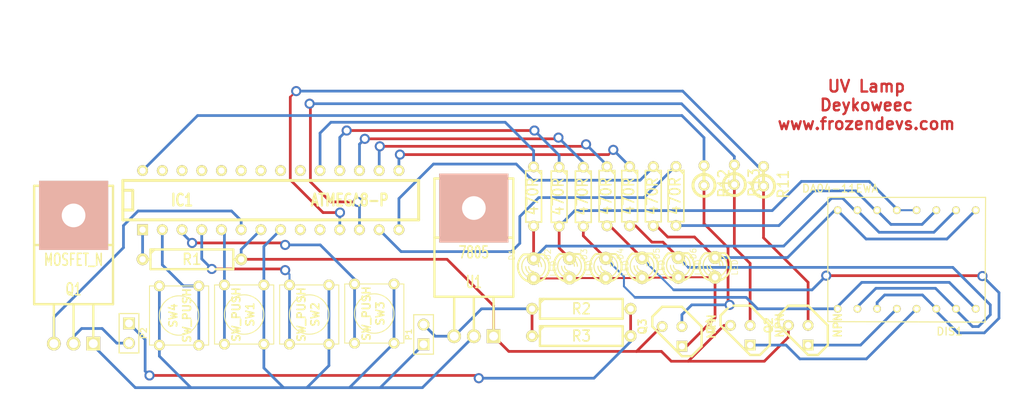
<source format=kicad_pcb>
(kicad_pcb (version 3) (host pcbnew "(2013-feb-26)-stable")

  (general
    (links 73)
    (no_connects 0)
    (area 127.19082 137.3378 253.060201 176.555401)
    (thickness 1.6)
    (drawings 6)
    (tracks 291)
    (zones 0)
    (modules 32)
    (nets 35)
  )

  (page A3)
  (layers
    (15 F.Cu signal)
    (0 B.Cu signal)
    (16 B.Adhes user)
    (17 F.Adhes user)
    (18 B.Paste user)
    (19 F.Paste user)
    (20 B.SilkS user)
    (21 F.SilkS user)
    (22 B.Mask user)
    (23 F.Mask user)
    (24 Dwgs.User user)
    (25 Cmts.User user)
    (26 Eco1.User user)
    (27 Eco2.User user)
    (28 Edge.Cuts user)
  )

  (setup
    (last_trace_width 0.35)
    (trace_clearance 0.1)
    (zone_clearance 0.508)
    (zone_45_only no)
    (trace_min 0.254)
    (segment_width 0.2)
    (edge_width 0.15)
    (via_size 1.3)
    (via_drill 0.8)
    (via_min_size 0.889)
    (via_min_drill 0.508)
    (uvia_size 0.508)
    (uvia_drill 0.127)
    (uvias_allowed no)
    (uvia_min_size 0.508)
    (uvia_min_drill 0.127)
    (pcb_text_width 0.3)
    (pcb_text_size 1 1)
    (mod_edge_width 0.15)
    (mod_text_size 1 1)
    (mod_text_width 0.15)
    (pad_size 1.778 1.778)
    (pad_drill 1.143)
    (pad_to_mask_clearance 0)
    (aux_axis_origin 0 0)
    (visible_elements FFFFFFBF)
    (pcbplotparams
      (layerselection 3178497)
      (usegerberextensions true)
      (excludeedgelayer true)
      (linewidth 152400)
      (plotframeref false)
      (viasonmask false)
      (mode 1)
      (useauxorigin false)
      (hpglpennumber 1)
      (hpglpenspeed 20)
      (hpglpendiameter 15)
      (hpglpenoverlay 2)
      (psnegative false)
      (psa4output false)
      (plotreference true)
      (plotvalue true)
      (plotothertext true)
      (plotinvisibletext false)
      (padsonsilk false)
      (subtractmaskfromsilk false)
      (outputformat 1)
      (mirror false)
      (drillshape 1)
      (scaleselection 1)
      (outputdirectory ""))
  )

  (net 0 "")
  (net 1 GND)
  (net 2 N-000001)
  (net 3 N-0000011)
  (net 4 N-0000012)
  (net 5 N-0000018)
  (net 6 N-0000019)
  (net 7 N-0000020)
  (net 8 N-0000021)
  (net 9 N-0000022)
  (net 10 N-0000023)
  (net 11 N-0000024)
  (net 12 N-0000025)
  (net 13 N-0000026)
  (net 14 N-000003)
  (net 15 N-0000032)
  (net 16 N-0000033)
  (net 17 N-0000034)
  (net 18 N-0000035)
  (net 19 N-0000036)
  (net 20 N-0000037)
  (net 21 N-0000038)
  (net 22 N-0000039)
  (net 23 N-000004)
  (net 24 N-0000040)
  (net 25 N-0000041)
  (net 26 N-0000042)
  (net 27 N-0000043)
  (net 28 N-0000044)
  (net 29 N-000005)
  (net 30 N-000006)
  (net 31 N-000007)
  (net 32 N-000008)
  (net 33 N-000009)
  (net 34 VCC)

  (net_class Default "This is the default net class."
    (clearance 0.1)
    (trace_width 0.35)
    (via_dia 1.3)
    (via_drill 0.8)
    (uvia_dia 0.508)
    (uvia_drill 0.127)
    (add_net "")
    (add_net GND)
    (add_net N-000001)
    (add_net N-0000011)
    (add_net N-0000012)
    (add_net N-0000018)
    (add_net N-0000019)
    (add_net N-0000020)
    (add_net N-0000021)
    (add_net N-0000022)
    (add_net N-0000023)
    (add_net N-0000024)
    (add_net N-0000025)
    (add_net N-0000026)
    (add_net N-000003)
    (add_net N-0000032)
    (add_net N-0000033)
    (add_net N-0000034)
    (add_net N-0000035)
    (add_net N-0000036)
    (add_net N-0000037)
    (add_net N-0000038)
    (add_net N-0000039)
    (add_net N-000004)
    (add_net N-0000040)
    (add_net N-0000041)
    (add_net N-0000042)
    (add_net N-0000043)
    (add_net N-0000044)
    (add_net N-000005)
    (add_net N-000006)
    (add_net N-000007)
    (add_net N-000008)
    (add_net N-000009)
    (add_net VCC)
  )

  (module TO220GDS (layer F.Cu) (tedit 5162FED1) (tstamp 5162FE61)
    (at 185.293 169.799 90)
    (descr "Transistor VMOS Irf530, TO220")
    (tags "TR TO220 DEV")
    (path /5162E4FB)
    (fp_text reference U1 (at 6.985 0 180) (layer F.SilkS)
      (effects (font (size 1.524 1.016) (thickness 0.2032)))
    )
    (fp_text value 7805 (at 10.795 0 180) (layer F.SilkS)
      (effects (font (size 1.524 1.016) (thickness 0.2032)))
    )
    (fp_line (start 0 -2.54) (end 5.08 -2.54) (layer F.SilkS) (width 0.3048))
    (fp_line (start 0 0) (end 5.08 0) (layer F.SilkS) (width 0.3048))
    (fp_line (start 0 2.54) (end 5.08 2.54) (layer F.SilkS) (width 0.3048))
    (fp_line (start 5.08 -5.08) (end 20.32 -5.08) (layer F.SilkS) (width 0.3048))
    (fp_line (start 20.32 -5.08) (end 20.32 5.08) (layer F.SilkS) (width 0.3048))
    (fp_line (start 20.32 5.08) (end 5.08 5.08) (layer F.SilkS) (width 0.3048))
    (fp_line (start 5.08 5.08) (end 5.08 -5.08) (layer F.SilkS) (width 0.3048))
    (fp_line (start 12.7 5.08) (end 12.7 -5.08) (layer F.SilkS) (width 0.3048))
    (pad 4 thru_hole rect (at 16.51 0 90) (size 8.89 8.89) (drill 3.048)
      (layers *.Cu *.SilkS *.Mask)
    )
    (pad VI thru_hole circle (at 0 -2.54 90) (size 1.778 1.778) (drill 1.143)
      (layers *.Cu *.Mask F.SilkS)
      (net 16 N-0000033)
    )
    (pad GND thru_hole circle (at 0 0 90) (size 1.778 1.778) (drill 1.143)
      (layers *.Cu *.Mask F.SilkS)
      (net 1 GND)
    )
    (pad VO thru_hole rect (at 0 2.54 90) (size 1.778 1.778) (drill 1.143)
      (layers *.Cu *.Mask F.SilkS)
      (net 34 VCC)
    )
    (model discret/to220_horiz.wrl
      (at (xyz 0 0 0))
      (scale (xyz 1 1 1))
      (rotate (xyz 0 0 0))
    )
  )

  (module TO92 (layer F.Cu) (tedit 443CFFD1) (tstamp 5162FE23)
    (at 219.6084 169.672 270)
    (descr "Transistor TO92 brochage type BC237")
    (tags "TR TO92")
    (path /51630012)
    (fp_text reference Q4 (at -1.27 3.81 270) (layer F.SilkS)
      (effects (font (size 1.016 1.016) (thickness 0.2032)))
    )
    (fp_text value NPN (at -1.27 -5.08 270) (layer F.SilkS)
      (effects (font (size 1.016 1.016) (thickness 0.2032)))
    )
    (fp_line (start -1.27 2.54) (end 2.54 -1.27) (layer F.SilkS) (width 0.3048))
    (fp_line (start 2.54 -1.27) (end 2.54 -2.54) (layer F.SilkS) (width 0.3048))
    (fp_line (start 2.54 -2.54) (end 1.27 -3.81) (layer F.SilkS) (width 0.3048))
    (fp_line (start 1.27 -3.81) (end -1.27 -3.81) (layer F.SilkS) (width 0.3048))
    (fp_line (start -1.27 -3.81) (end -3.81 -1.27) (layer F.SilkS) (width 0.3048))
    (fp_line (start -3.81 -1.27) (end -3.81 1.27) (layer F.SilkS) (width 0.3048))
    (fp_line (start -3.81 1.27) (end -2.54 2.54) (layer F.SilkS) (width 0.3048))
    (fp_line (start -2.54 2.54) (end -1.27 2.54) (layer F.SilkS) (width 0.3048))
    (pad 1 thru_hole rect (at 1.27 -1.27 270) (size 1.397 1.397) (drill 0.8128)
      (layers *.Cu *.Mask F.SilkS)
      (net 9 N-0000022)
    )
    (pad 2 thru_hole circle (at -1.27 -1.27 270) (size 1.397 1.397) (drill 0.8128)
      (layers *.Cu *.Mask F.SilkS)
      (net 11 N-0000024)
    )
    (pad 3 thru_hole circle (at -1.27 1.27 270) (size 1.397 1.397) (drill 0.8128)
      (layers *.Cu *.Mask F.SilkS)
      (net 34 VCC)
    )
    (model discret/to98.wrl
      (at (xyz 0 0 0))
      (scale (xyz 1 1 1))
      (rotate (xyz 0 0 0))
    )
  )

  (module TO92 (layer F.Cu) (tedit 443CFFD1) (tstamp 5162FE32)
    (at 210.82 169.8244 270)
    (descr "Transistor TO92 brochage type BC237")
    (tags "TR TO92")
    (path /5162FC2B)
    (fp_text reference Q3 (at -1.27 3.81 270) (layer F.SilkS)
      (effects (font (size 1.016 1.016) (thickness 0.2032)))
    )
    (fp_text value NPN (at -1.27 -5.08 270) (layer F.SilkS)
      (effects (font (size 1.016 1.016) (thickness 0.2032)))
    )
    (fp_line (start -1.27 2.54) (end 2.54 -1.27) (layer F.SilkS) (width 0.3048))
    (fp_line (start 2.54 -1.27) (end 2.54 -2.54) (layer F.SilkS) (width 0.3048))
    (fp_line (start 2.54 -2.54) (end 1.27 -3.81) (layer F.SilkS) (width 0.3048))
    (fp_line (start 1.27 -3.81) (end -1.27 -3.81) (layer F.SilkS) (width 0.3048))
    (fp_line (start -1.27 -3.81) (end -3.81 -1.27) (layer F.SilkS) (width 0.3048))
    (fp_line (start -3.81 -1.27) (end -3.81 1.27) (layer F.SilkS) (width 0.3048))
    (fp_line (start -3.81 1.27) (end -2.54 2.54) (layer F.SilkS) (width 0.3048))
    (fp_line (start -2.54 2.54) (end -1.27 2.54) (layer F.SilkS) (width 0.3048))
    (pad 1 thru_hole rect (at 1.27 -1.27 270) (size 1.397 1.397) (drill 0.8128)
      (layers *.Cu *.Mask F.SilkS)
      (net 2 N-000001)
    )
    (pad 2 thru_hole circle (at -1.27 -1.27 270) (size 1.397 1.397) (drill 0.8128)
      (layers *.Cu *.Mask F.SilkS)
      (net 23 N-000004)
    )
    (pad 3 thru_hole circle (at -1.27 1.27 270) (size 1.397 1.397) (drill 0.8128)
      (layers *.Cu *.Mask F.SilkS)
      (net 34 VCC)
    )
    (model discret/to98.wrl
      (at (xyz 0 0 0))
      (scale (xyz 1 1 1))
      (rotate (xyz 0 0 0))
    )
  )

  (module TO92 (layer F.Cu) (tedit 443CFFD1) (tstamp 5162FE41)
    (at 227.076 169.672 270)
    (descr "Transistor TO92 brochage type BC237")
    (tags "TR TO92")
    (path /51630021)
    (fp_text reference Q2 (at -1.27 3.81 270) (layer F.SilkS)
      (effects (font (size 1.016 1.016) (thickness 0.2032)))
    )
    (fp_text value NPN (at -1.27 -5.08 270) (layer F.SilkS)
      (effects (font (size 1.016 1.016) (thickness 0.2032)))
    )
    (fp_line (start -1.27 2.54) (end 2.54 -1.27) (layer F.SilkS) (width 0.3048))
    (fp_line (start 2.54 -1.27) (end 2.54 -2.54) (layer F.SilkS) (width 0.3048))
    (fp_line (start 2.54 -2.54) (end 1.27 -3.81) (layer F.SilkS) (width 0.3048))
    (fp_line (start 1.27 -3.81) (end -1.27 -3.81) (layer F.SilkS) (width 0.3048))
    (fp_line (start -1.27 -3.81) (end -3.81 -1.27) (layer F.SilkS) (width 0.3048))
    (fp_line (start -3.81 -1.27) (end -3.81 1.27) (layer F.SilkS) (width 0.3048))
    (fp_line (start -3.81 1.27) (end -2.54 2.54) (layer F.SilkS) (width 0.3048))
    (fp_line (start -2.54 2.54) (end -1.27 2.54) (layer F.SilkS) (width 0.3048))
    (pad 1 thru_hole rect (at 1.27 -1.27 270) (size 1.397 1.397) (drill 0.8128)
      (layers *.Cu *.Mask F.SilkS)
      (net 7 N-0000020)
    )
    (pad 2 thru_hole circle (at -1.27 -1.27 270) (size 1.397 1.397) (drill 0.8128)
      (layers *.Cu *.Mask F.SilkS)
      (net 10 N-0000023)
    )
    (pad 3 thru_hole circle (at -1.27 1.27 270) (size 1.397 1.397) (drill 0.8128)
      (layers *.Cu *.Mask F.SilkS)
      (net 34 VCC)
    )
    (model discret/to98.wrl
      (at (xyz 0 0 0))
      (scale (xyz 1 1 1))
      (rotate (xyz 0 0 0))
    )
  )

  (module TO220GDS (layer F.Cu) (tedit 4469D051) (tstamp 5162FE51)
    (at 133.731 170.7515 90)
    (descr "Transistor VMOS Irf530, TO220")
    (tags "TR TO220 DEV")
    (path /5162E3E0)
    (fp_text reference Q1 (at 6.985 0 180) (layer F.SilkS)
      (effects (font (size 1.524 1.016) (thickness 0.2032)))
    )
    (fp_text value MOSFET_N (at 10.795 0 180) (layer F.SilkS)
      (effects (font (size 1.524 1.016) (thickness 0.2032)))
    )
    (fp_line (start 0 -2.54) (end 5.08 -2.54) (layer F.SilkS) (width 0.3048))
    (fp_line (start 0 0) (end 5.08 0) (layer F.SilkS) (width 0.3048))
    (fp_line (start 0 2.54) (end 5.08 2.54) (layer F.SilkS) (width 0.3048))
    (fp_line (start 5.08 -5.08) (end 20.32 -5.08) (layer F.SilkS) (width 0.3048))
    (fp_line (start 20.32 -5.08) (end 20.32 5.08) (layer F.SilkS) (width 0.3048))
    (fp_line (start 20.32 5.08) (end 5.08 5.08) (layer F.SilkS) (width 0.3048))
    (fp_line (start 5.08 5.08) (end 5.08 -5.08) (layer F.SilkS) (width 0.3048))
    (fp_line (start 12.7 5.08) (end 12.7 -5.08) (layer F.SilkS) (width 0.3048))
    (pad 4 thru_hole rect (at 16.51 0 90) (size 8.89 8.89) (drill 3.048)
      (layers *.Cu *.SilkS *.Mask)
    )
    (pad G thru_hole circle (at 0 -2.54 90) (size 1.778 1.778) (drill 1.143)
      (layers *.Cu *.Mask F.SilkS)
      (net 26 N-0000042)
    )
    (pad D thru_hole circle (at 0 0 90) (size 1.778 1.778) (drill 1.143)
      (layers *.Cu *.Mask F.SilkS)
      (net 4 N-0000012)
    )
    (pad S thru_hole rect (at 0 2.54 90) (size 1.778 1.778) (drill 1.143)
      (layers *.Cu *.Mask F.SilkS)
      (net 1 GND)
    )
    (model discret/to220_horiz.wrl
      (at (xyz 0 0 0))
      (scale (xyz 1 1 1))
      (rotate (xyz 0 0 0))
    )
  )

  (module SW_PUSH_SMALL (layer F.Cu) (tedit 46544DB3) (tstamp 5162FE6E)
    (at 147.32 167.132 90)
    (path /51630625)
    (fp_text reference SW4 (at 0 -0.762 90) (layer F.SilkS)
      (effects (font (size 1.016 1.016) (thickness 0.2032)))
    )
    (fp_text value SW_PUSH (at 0 1.016 90) (layer F.SilkS)
      (effects (font (size 1.016 1.016) (thickness 0.2032)))
    )
    (fp_circle (center 0 0) (end 0 -2.54) (layer F.SilkS) (width 0.127))
    (fp_line (start -3.81 -3.81) (end 3.81 -3.81) (layer F.SilkS) (width 0.127))
    (fp_line (start 3.81 -3.81) (end 3.81 3.81) (layer F.SilkS) (width 0.127))
    (fp_line (start 3.81 3.81) (end -3.81 3.81) (layer F.SilkS) (width 0.127))
    (fp_line (start -3.81 -3.81) (end -3.81 3.81) (layer F.SilkS) (width 0.127))
    (pad 1 thru_hole circle (at 3.81 -2.54 90) (size 1.397 1.397) (drill 0.8128)
      (layers *.Cu *.Mask F.SilkS)
      (net 1 GND)
    )
    (pad 2 thru_hole circle (at 3.81 2.54 90) (size 1.397 1.397) (drill 0.8128)
      (layers *.Cu *.Mask F.SilkS)
      (net 3 N-0000011)
    )
    (pad 1 thru_hole circle (at -3.81 -2.54 90) (size 1.397 1.397) (drill 0.8128)
      (layers *.Cu *.Mask F.SilkS)
      (net 1 GND)
    )
    (pad 2 thru_hole circle (at -3.81 2.54 90) (size 1.397 1.397) (drill 0.8128)
      (layers *.Cu *.Mask F.SilkS)
      (net 3 N-0000011)
    )
  )

  (module SW_PUSH_SMALL (layer F.Cu) (tedit 46544DB3) (tstamp 5162FE7B)
    (at 155.702 167.005 270)
    (path /516305F8)
    (fp_text reference SW1 (at 0 -0.762 270) (layer F.SilkS)
      (effects (font (size 1.016 1.016) (thickness 0.2032)))
    )
    (fp_text value SW_PUSH (at 0 1.016 270) (layer F.SilkS)
      (effects (font (size 1.016 1.016) (thickness 0.2032)))
    )
    (fp_circle (center 0 0) (end 0 -2.54) (layer F.SilkS) (width 0.127))
    (fp_line (start -3.81 -3.81) (end 3.81 -3.81) (layer F.SilkS) (width 0.127))
    (fp_line (start 3.81 -3.81) (end 3.81 3.81) (layer F.SilkS) (width 0.127))
    (fp_line (start 3.81 3.81) (end -3.81 3.81) (layer F.SilkS) (width 0.127))
    (fp_line (start -3.81 -3.81) (end -3.81 3.81) (layer F.SilkS) (width 0.127))
    (pad 1 thru_hole circle (at 3.81 -2.54 270) (size 1.397 1.397) (drill 0.8128)
      (layers *.Cu *.Mask F.SilkS)
      (net 1 GND)
    )
    (pad 2 thru_hole circle (at 3.81 2.54 270) (size 1.397 1.397) (drill 0.8128)
      (layers *.Cu *.Mask F.SilkS)
      (net 33 N-000009)
    )
    (pad 1 thru_hole circle (at -3.81 -2.54 270) (size 1.397 1.397) (drill 0.8128)
      (layers *.Cu *.Mask F.SilkS)
      (net 1 GND)
    )
    (pad 2 thru_hole circle (at -3.81 2.54 270) (size 1.397 1.397) (drill 0.8128)
      (layers *.Cu *.Mask F.SilkS)
      (net 33 N-000009)
    )
  )

  (module SW_PUSH_SMALL (layer F.Cu) (tedit 46544DB3) (tstamp 5162FE88)
    (at 164.084 167.005 270)
    (path /51630607)
    (fp_text reference SW2 (at 0 -0.762 270) (layer F.SilkS)
      (effects (font (size 1.016 1.016) (thickness 0.2032)))
    )
    (fp_text value SW_PUSH (at 0 1.016 270) (layer F.SilkS)
      (effects (font (size 1.016 1.016) (thickness 0.2032)))
    )
    (fp_circle (center 0 0) (end 0 -2.54) (layer F.SilkS) (width 0.127))
    (fp_line (start -3.81 -3.81) (end 3.81 -3.81) (layer F.SilkS) (width 0.127))
    (fp_line (start 3.81 -3.81) (end 3.81 3.81) (layer F.SilkS) (width 0.127))
    (fp_line (start 3.81 3.81) (end -3.81 3.81) (layer F.SilkS) (width 0.127))
    (fp_line (start -3.81 -3.81) (end -3.81 3.81) (layer F.SilkS) (width 0.127))
    (pad 1 thru_hole circle (at 3.81 -2.54 270) (size 1.397 1.397) (drill 0.8128)
      (layers *.Cu *.Mask F.SilkS)
      (net 1 GND)
    )
    (pad 2 thru_hole circle (at 3.81 2.54 270) (size 1.397 1.397) (drill 0.8128)
      (layers *.Cu *.Mask F.SilkS)
      (net 6 N-0000019)
    )
    (pad 1 thru_hole circle (at -3.81 -2.54 270) (size 1.397 1.397) (drill 0.8128)
      (layers *.Cu *.Mask F.SilkS)
      (net 1 GND)
    )
    (pad 2 thru_hole circle (at -3.81 2.54 270) (size 1.397 1.397) (drill 0.8128)
      (layers *.Cu *.Mask F.SilkS)
      (net 6 N-0000019)
    )
  )

  (module SW_PUSH_SMALL (layer F.Cu) (tedit 46544DB3) (tstamp 5162FE95)
    (at 172.466 166.878 270)
    (path /51630616)
    (fp_text reference SW3 (at 0 -0.762 270) (layer F.SilkS)
      (effects (font (size 1.016 1.016) (thickness 0.2032)))
    )
    (fp_text value SW_PUSH (at 0 1.016 270) (layer F.SilkS)
      (effects (font (size 1.016 1.016) (thickness 0.2032)))
    )
    (fp_circle (center 0 0) (end 0 -2.54) (layer F.SilkS) (width 0.127))
    (fp_line (start -3.81 -3.81) (end 3.81 -3.81) (layer F.SilkS) (width 0.127))
    (fp_line (start 3.81 -3.81) (end 3.81 3.81) (layer F.SilkS) (width 0.127))
    (fp_line (start 3.81 3.81) (end -3.81 3.81) (layer F.SilkS) (width 0.127))
    (fp_line (start -3.81 -3.81) (end -3.81 3.81) (layer F.SilkS) (width 0.127))
    (pad 1 thru_hole circle (at 3.81 -2.54 270) (size 1.397 1.397) (drill 0.8128)
      (layers *.Cu *.Mask F.SilkS)
      (net 1 GND)
    )
    (pad 2 thru_hole circle (at 3.81 2.54 270) (size 1.397 1.397) (drill 0.8128)
      (layers *.Cu *.Mask F.SilkS)
      (net 5 N-0000018)
    )
    (pad 1 thru_hole circle (at -3.81 -2.54 270) (size 1.397 1.397) (drill 0.8128)
      (layers *.Cu *.Mask F.SilkS)
      (net 1 GND)
    )
    (pad 2 thru_hole circle (at -3.81 2.54 270) (size 1.397 1.397) (drill 0.8128)
      (layers *.Cu *.Mask F.SilkS)
      (net 5 N-0000018)
    )
  )

  (module R5 (layer F.Cu) (tedit 200000) (tstamp 5162FEA2)
    (at 199.136 166.2684)
    (descr "Resistance 5 pas")
    (tags R)
    (path /5162E272)
    (autoplace_cost180 10)
    (fp_text reference R2 (at 0 0) (layer F.SilkS)
      (effects (font (size 1.397 1.27) (thickness 0.2032)))
    )
    (fp_text value 43R (at 0 0) (layer F.SilkS) hide
      (effects (font (size 1.397 1.27) (thickness 0.2032)))
    )
    (fp_line (start -6.35 0) (end -5.334 0) (layer F.SilkS) (width 0.3048))
    (fp_line (start 6.35 0) (end 5.334 0) (layer F.SilkS) (width 0.3048))
    (fp_line (start 5.334 -1.27) (end 5.334 1.27) (layer F.SilkS) (width 0.3048))
    (fp_line (start 5.334 1.27) (end -5.334 1.27) (layer F.SilkS) (width 0.3048))
    (fp_line (start -5.334 1.27) (end -5.334 -1.27) (layer F.SilkS) (width 0.3048))
    (fp_line (start -5.334 -1.27) (end 5.334 -1.27) (layer F.SilkS) (width 0.3048))
    (fp_line (start -5.334 -0.762) (end -4.826 -1.27) (layer F.SilkS) (width 0.3048))
    (pad 1 thru_hole circle (at -6.35 0) (size 1.524 1.524) (drill 0.8128)
      (layers *.Cu *.Mask F.SilkS)
      (net 16 N-0000033)
    )
    (pad 2 thru_hole circle (at 6.35 0) (size 1.524 1.524) (drill 0.8128)
      (layers *.Cu *.Mask F.SilkS)
      (net 28 N-0000044)
    )
    (model discret/resistor.wrl
      (at (xyz 0 0 0))
      (scale (xyz 0.5 0.5 0.5))
      (rotate (xyz 0 0 0))
    )
  )

  (module R5 (layer F.Cu) (tedit 200000) (tstamp 5162FEAF)
    (at 199.136 169.7736)
    (descr "Resistance 5 pas")
    (tags R)
    (path /5162E28D)
    (autoplace_cost180 10)
    (fp_text reference R3 (at 0 0) (layer F.SilkS)
      (effects (font (size 1.397 1.27) (thickness 0.2032)))
    )
    (fp_text value 43R (at 0 0) (layer F.SilkS) hide
      (effects (font (size 1.397 1.27) (thickness 0.2032)))
    )
    (fp_line (start -6.35 0) (end -5.334 0) (layer F.SilkS) (width 0.3048))
    (fp_line (start 6.35 0) (end 5.334 0) (layer F.SilkS) (width 0.3048))
    (fp_line (start 5.334 -1.27) (end 5.334 1.27) (layer F.SilkS) (width 0.3048))
    (fp_line (start 5.334 1.27) (end -5.334 1.27) (layer F.SilkS) (width 0.3048))
    (fp_line (start -5.334 1.27) (end -5.334 -1.27) (layer F.SilkS) (width 0.3048))
    (fp_line (start -5.334 -1.27) (end 5.334 -1.27) (layer F.SilkS) (width 0.3048))
    (fp_line (start -5.334 -0.762) (end -4.826 -1.27) (layer F.SilkS) (width 0.3048))
    (pad 1 thru_hole circle (at -6.35 0) (size 1.524 1.524) (drill 0.8128)
      (layers *.Cu *.Mask F.SilkS)
      (net 16 N-0000033)
    )
    (pad 2 thru_hole circle (at 6.35 0) (size 1.524 1.524) (drill 0.8128)
      (layers *.Cu *.Mask F.SilkS)
      (net 28 N-0000044)
    )
    (model discret/resistor.wrl
      (at (xyz 0 0 0))
      (scale (xyz 0.5 0.5 0.5))
      (rotate (xyz 0 0 0))
    )
  )

  (module R5 (layer F.Cu) (tedit 200000) (tstamp 5162FEBC)
    (at 148.971 159.893)
    (descr "Resistance 5 pas")
    (tags R)
    (path /5162E56A)
    (autoplace_cost180 10)
    (fp_text reference R1 (at 0 0) (layer F.SilkS)
      (effects (font (size 1.397 1.27) (thickness 0.2032)))
    )
    (fp_text value 4k7 (at 0 0) (layer F.SilkS) hide
      (effects (font (size 1.397 1.27) (thickness 0.2032)))
    )
    (fp_line (start -6.35 0) (end -5.334 0) (layer F.SilkS) (width 0.3048))
    (fp_line (start 6.35 0) (end 5.334 0) (layer F.SilkS) (width 0.3048))
    (fp_line (start 5.334 -1.27) (end 5.334 1.27) (layer F.SilkS) (width 0.3048))
    (fp_line (start 5.334 1.27) (end -5.334 1.27) (layer F.SilkS) (width 0.3048))
    (fp_line (start -5.334 1.27) (end -5.334 -1.27) (layer F.SilkS) (width 0.3048))
    (fp_line (start -5.334 -1.27) (end 5.334 -1.27) (layer F.SilkS) (width 0.3048))
    (fp_line (start -5.334 -0.762) (end -4.826 -1.27) (layer F.SilkS) (width 0.3048))
    (pad 1 thru_hole circle (at -6.35 0) (size 1.524 1.524) (drill 0.8128)
      (layers *.Cu *.Mask F.SilkS)
      (net 15 N-0000032)
    )
    (pad 2 thru_hole circle (at 6.35 0) (size 1.524 1.524) (drill 0.8128)
      (layers *.Cu *.Mask F.SilkS)
      (net 34 VCC)
    )
    (model discret/resistor.wrl
      (at (xyz 0 0 0))
      (scale (xyz 0.5 0.5 0.5))
      (rotate (xyz 0 0 0))
    )
  )

  (module R3 (layer F.Cu) (tedit 4E4C0E65) (tstamp 5162FECA)
    (at 199.39 151.8285 270)
    (descr "Resitance 3 pas")
    (tags R)
    (path /5162F2A9)
    (autoplace_cost180 10)
    (fp_text reference R7 (at 0 0.127 270) (layer F.SilkS) hide
      (effects (font (size 1.397 1.27) (thickness 0.2032)))
    )
    (fp_text value 470R (at 0 0.127 270) (layer F.SilkS)
      (effects (font (size 1.397 1.27) (thickness 0.2032)))
    )
    (fp_line (start -3.81 0) (end -3.302 0) (layer F.SilkS) (width 0.2032))
    (fp_line (start 3.81 0) (end 3.302 0) (layer F.SilkS) (width 0.2032))
    (fp_line (start 3.302 0) (end 3.302 -1.016) (layer F.SilkS) (width 0.2032))
    (fp_line (start 3.302 -1.016) (end -3.302 -1.016) (layer F.SilkS) (width 0.2032))
    (fp_line (start -3.302 -1.016) (end -3.302 1.016) (layer F.SilkS) (width 0.2032))
    (fp_line (start -3.302 1.016) (end 3.302 1.016) (layer F.SilkS) (width 0.2032))
    (fp_line (start 3.302 1.016) (end 3.302 0) (layer F.SilkS) (width 0.2032))
    (fp_line (start -3.302 -0.508) (end -2.794 -1.016) (layer F.SilkS) (width 0.2032))
    (pad 1 thru_hole circle (at -3.81 0 270) (size 1.397 1.397) (drill 0.8128)
      (layers *.Cu *.Mask F.SilkS)
      (net 32 N-000008)
    )
    (pad 2 thru_hole circle (at 3.81 0 270) (size 1.397 1.397) (drill 0.8128)
      (layers *.Cu *.Mask F.SilkS)
      (net 24 N-0000040)
    )
    (model discret/resistor.wrl
      (at (xyz 0 0 0))
      (scale (xyz 0.3 0.3 0.3))
      (rotate (xyz 0 0 0))
    )
  )

  (module R3 (layer F.Cu) (tedit 4E4C0E65) (tstamp 5162FED8)
    (at 211.328 151.7396 270)
    (descr "Resitance 3 pas")
    (tags R)
    (path /5162F2D6)
    (autoplace_cost180 10)
    (fp_text reference R10 (at 0 0.127 270) (layer F.SilkS) hide
      (effects (font (size 1.397 1.27) (thickness 0.2032)))
    )
    (fp_text value 470R (at 0 0.127 270) (layer F.SilkS)
      (effects (font (size 1.397 1.27) (thickness 0.2032)))
    )
    (fp_line (start -3.81 0) (end -3.302 0) (layer F.SilkS) (width 0.2032))
    (fp_line (start 3.81 0) (end 3.302 0) (layer F.SilkS) (width 0.2032))
    (fp_line (start 3.302 0) (end 3.302 -1.016) (layer F.SilkS) (width 0.2032))
    (fp_line (start 3.302 -1.016) (end -3.302 -1.016) (layer F.SilkS) (width 0.2032))
    (fp_line (start -3.302 -1.016) (end -3.302 1.016) (layer F.SilkS) (width 0.2032))
    (fp_line (start -3.302 1.016) (end 3.302 1.016) (layer F.SilkS) (width 0.2032))
    (fp_line (start 3.302 1.016) (end 3.302 0) (layer F.SilkS) (width 0.2032))
    (fp_line (start -3.302 -0.508) (end -2.794 -1.016) (layer F.SilkS) (width 0.2032))
    (pad 1 thru_hole circle (at -3.81 0 270) (size 1.397 1.397) (drill 0.8128)
      (layers *.Cu *.Mask F.SilkS)
      (net 30 N-000006)
    )
    (pad 2 thru_hole circle (at 3.81 0 270) (size 1.397 1.397) (drill 0.8128)
      (layers *.Cu *.Mask F.SilkS)
      (net 20 N-0000037)
    )
    (model discret/resistor.wrl
      (at (xyz 0 0 0))
      (scale (xyz 0.3 0.3 0.3))
      (rotate (xyz 0 0 0))
    )
  )

  (module R3 (layer F.Cu) (tedit 4E4C0E65) (tstamp 5162FEE6)
    (at 192.9892 151.7904 270)
    (descr "Resitance 3 pas")
    (tags R)
    (path /5162F2C7)
    (autoplace_cost180 10)
    (fp_text reference R9 (at 0 0.127 270) (layer F.SilkS) hide
      (effects (font (size 1.397 1.27) (thickness 0.2032)))
    )
    (fp_text value 470R (at 0 0.127 270) (layer F.SilkS)
      (effects (font (size 1.397 1.27) (thickness 0.2032)))
    )
    (fp_line (start -3.81 0) (end -3.302 0) (layer F.SilkS) (width 0.2032))
    (fp_line (start 3.81 0) (end 3.302 0) (layer F.SilkS) (width 0.2032))
    (fp_line (start 3.302 0) (end 3.302 -1.016) (layer F.SilkS) (width 0.2032))
    (fp_line (start 3.302 -1.016) (end -3.302 -1.016) (layer F.SilkS) (width 0.2032))
    (fp_line (start -3.302 -1.016) (end -3.302 1.016) (layer F.SilkS) (width 0.2032))
    (fp_line (start -3.302 1.016) (end 3.302 1.016) (layer F.SilkS) (width 0.2032))
    (fp_line (start 3.302 1.016) (end 3.302 0) (layer F.SilkS) (width 0.2032))
    (fp_line (start -3.302 -0.508) (end -2.794 -1.016) (layer F.SilkS) (width 0.2032))
    (pad 1 thru_hole circle (at -3.81 0 270) (size 1.397 1.397) (drill 0.8128)
      (layers *.Cu *.Mask F.SilkS)
      (net 29 N-000005)
    )
    (pad 2 thru_hole circle (at 3.81 0 270) (size 1.397 1.397) (drill 0.8128)
      (layers *.Cu *.Mask F.SilkS)
      (net 21 N-0000038)
    )
    (model discret/resistor.wrl
      (at (xyz 0 0 0))
      (scale (xyz 0.3 0.3 0.3))
      (rotate (xyz 0 0 0))
    )
  )

  (module R3 (layer F.Cu) (tedit 4E4C0E65) (tstamp 5162FEF4)
    (at 196.2785 151.8285 270)
    (descr "Resitance 3 pas")
    (tags R)
    (path /5162F2B8)
    (autoplace_cost180 10)
    (fp_text reference R8 (at 0 0.127 270) (layer F.SilkS) hide
      (effects (font (size 1.397 1.27) (thickness 0.2032)))
    )
    (fp_text value 470R (at 0 0.127 270) (layer F.SilkS)
      (effects (font (size 1.397 1.27) (thickness 0.2032)))
    )
    (fp_line (start -3.81 0) (end -3.302 0) (layer F.SilkS) (width 0.2032))
    (fp_line (start 3.81 0) (end 3.302 0) (layer F.SilkS) (width 0.2032))
    (fp_line (start 3.302 0) (end 3.302 -1.016) (layer F.SilkS) (width 0.2032))
    (fp_line (start 3.302 -1.016) (end -3.302 -1.016) (layer F.SilkS) (width 0.2032))
    (fp_line (start -3.302 -1.016) (end -3.302 1.016) (layer F.SilkS) (width 0.2032))
    (fp_line (start -3.302 1.016) (end 3.302 1.016) (layer F.SilkS) (width 0.2032))
    (fp_line (start 3.302 1.016) (end 3.302 0) (layer F.SilkS) (width 0.2032))
    (fp_line (start -3.302 -0.508) (end -2.794 -1.016) (layer F.SilkS) (width 0.2032))
    (pad 1 thru_hole circle (at -3.81 0 270) (size 1.397 1.397) (drill 0.8128)
      (layers *.Cu *.Mask F.SilkS)
      (net 31 N-000007)
    )
    (pad 2 thru_hole circle (at 3.81 0 270) (size 1.397 1.397) (drill 0.8128)
      (layers *.Cu *.Mask F.SilkS)
      (net 17 N-0000034)
    )
    (model discret/resistor.wrl
      (at (xyz 0 0 0))
      (scale (xyz 0.3 0.3 0.3))
      (rotate (xyz 0 0 0))
    )
  )

  (module R3 (layer F.Cu) (tedit 5162FF80) (tstamp 5162FF02)
    (at 202.438 151.765 270)
    (descr "Resitance 3 pas")
    (tags R)
    (path /5162F245)
    (autoplace_cost180 10)
    (fp_text reference R6 (at 0 0.127 270) (layer F.SilkS) hide
      (effects (font (size 1.397 1.27) (thickness 0.2032)))
    )
    (fp_text value 470R (at 0 0.127 270) (layer F.SilkS)
      (effects (font (size 1.397 1.27) (thickness 0.2032)))
    )
    (fp_line (start -3.81 0) (end -3.302 0) (layer F.SilkS) (width 0.2032))
    (fp_line (start 3.81 0) (end 3.302 0) (layer F.SilkS) (width 0.2032))
    (fp_line (start 3.302 0) (end 3.302 -1.016) (layer F.SilkS) (width 0.2032))
    (fp_line (start 3.302 -1.016) (end -3.302 -1.016) (layer F.SilkS) (width 0.2032))
    (fp_line (start -3.302 -1.016) (end -3.302 1.016) (layer F.SilkS) (width 0.2032))
    (fp_line (start -3.302 1.016) (end 3.302 1.016) (layer F.SilkS) (width 0.2032))
    (fp_line (start 3.302 1.016) (end 3.302 0) (layer F.SilkS) (width 0.2032))
    (fp_line (start -3.302 -0.508) (end -2.794 -1.016) (layer F.SilkS) (width 0.2032))
    (pad 1 thru_hole circle (at -3.81 0 270) (size 1.397 1.397) (drill 0.8128)
      (layers *.Cu *.Mask F.SilkS)
      (net 27 N-0000043)
    )
    (pad 2 thru_hole circle (at 3.81 0 270) (size 1.397 1.397) (drill 0.8128)
      (layers *.Cu *.Mask F.SilkS)
      (net 13 N-0000026)
    )
    (model discret/resistor.wrl
      (at (xyz 0 0 0))
      (scale (xyz 0.3 0.3 0.3))
      (rotate (xyz 0 0 0))
    )
  )

  (module R3 (layer F.Cu) (tedit 4E4C0E65) (tstamp 5162FF10)
    (at 205.359 151.765 270)
    (descr "Resitance 3 pas")
    (tags R)
    (path /5162F236)
    (autoplace_cost180 10)
    (fp_text reference R5 (at 0 0.127 270) (layer F.SilkS) hide
      (effects (font (size 1.397 1.27) (thickness 0.2032)))
    )
    (fp_text value 470R (at 0 0.127 270) (layer F.SilkS)
      (effects (font (size 1.397 1.27) (thickness 0.2032)))
    )
    (fp_line (start -3.81 0) (end -3.302 0) (layer F.SilkS) (width 0.2032))
    (fp_line (start 3.81 0) (end 3.302 0) (layer F.SilkS) (width 0.2032))
    (fp_line (start 3.302 0) (end 3.302 -1.016) (layer F.SilkS) (width 0.2032))
    (fp_line (start 3.302 -1.016) (end -3.302 -1.016) (layer F.SilkS) (width 0.2032))
    (fp_line (start -3.302 -1.016) (end -3.302 1.016) (layer F.SilkS) (width 0.2032))
    (fp_line (start -3.302 1.016) (end 3.302 1.016) (layer F.SilkS) (width 0.2032))
    (fp_line (start 3.302 1.016) (end 3.302 0) (layer F.SilkS) (width 0.2032))
    (fp_line (start -3.302 -0.508) (end -2.794 -1.016) (layer F.SilkS) (width 0.2032))
    (pad 1 thru_hole circle (at -3.81 0 270) (size 1.397 1.397) (drill 0.8128)
      (layers *.Cu *.Mask F.SilkS)
      (net 18 N-0000035)
    )
    (pad 2 thru_hole circle (at 3.81 0 270) (size 1.397 1.397) (drill 0.8128)
      (layers *.Cu *.Mask F.SilkS)
      (net 25 N-0000041)
    )
    (model discret/resistor.wrl
      (at (xyz 0 0 0))
      (scale (xyz 0.3 0.3 0.3))
      (rotate (xyz 0 0 0))
    )
  )

  (module R3 (layer F.Cu) (tedit 4E4C0E65) (tstamp 5162FF1E)
    (at 208.407 151.765 270)
    (descr "Resitance 3 pas")
    (tags R)
    (path /5162F227)
    (autoplace_cost180 10)
    (fp_text reference R4 (at 0 0.127 270) (layer F.SilkS) hide
      (effects (font (size 1.397 1.27) (thickness 0.2032)))
    )
    (fp_text value 470R (at 0 0.127 270) (layer F.SilkS)
      (effects (font (size 1.397 1.27) (thickness 0.2032)))
    )
    (fp_line (start -3.81 0) (end -3.302 0) (layer F.SilkS) (width 0.2032))
    (fp_line (start 3.81 0) (end 3.302 0) (layer F.SilkS) (width 0.2032))
    (fp_line (start 3.302 0) (end 3.302 -1.016) (layer F.SilkS) (width 0.2032))
    (fp_line (start 3.302 -1.016) (end -3.302 -1.016) (layer F.SilkS) (width 0.2032))
    (fp_line (start -3.302 -1.016) (end -3.302 1.016) (layer F.SilkS) (width 0.2032))
    (fp_line (start -3.302 1.016) (end 3.302 1.016) (layer F.SilkS) (width 0.2032))
    (fp_line (start 3.302 1.016) (end 3.302 0) (layer F.SilkS) (width 0.2032))
    (fp_line (start -3.302 -0.508) (end -2.794 -1.016) (layer F.SilkS) (width 0.2032))
    (pad 1 thru_hole circle (at -3.81 0 270) (size 1.397 1.397) (drill 0.8128)
      (layers *.Cu *.Mask F.SilkS)
      (net 19 N-0000036)
    )
    (pad 2 thru_hole circle (at 3.81 0 270) (size 1.397 1.397) (drill 0.8128)
      (layers *.Cu *.Mask F.SilkS)
      (net 22 N-0000039)
    )
    (model discret/resistor.wrl
      (at (xyz 0 0 0))
      (scale (xyz 0.3 0.3 0.3))
      (rotate (xyz 0 0 0))
    )
  )

  (module R1 (layer F.Cu) (tedit 200000) (tstamp 5162FF26)
    (at 222.6056 149.1996 90)
    (descr "Resistance verticale")
    (tags R)
    (path /516302AC)
    (autoplace_cost90 10)
    (autoplace_cost180 10)
    (fp_text reference R11 (at -1.016 2.54 90) (layer F.SilkS)
      (effects (font (size 1.397 1.27) (thickness 0.2032)))
    )
    (fp_text value 10K (at -1.143 2.54 90) (layer F.SilkS) hide
      (effects (font (size 1.397 1.27) (thickness 0.2032)))
    )
    (fp_line (start -1.27 0) (end 1.27 0) (layer F.SilkS) (width 0.381))
    (fp_circle (center -1.27 0) (end -0.635 1.27) (layer F.SilkS) (width 0.381))
    (pad 1 thru_hole circle (at -1.27 0 90) (size 1.397 1.397) (drill 0.8128)
      (layers *.Cu *.Mask F.SilkS)
      (net 10 N-0000023)
    )
    (pad 2 thru_hole circle (at 1.27 0 90) (size 1.397 1.397) (drill 0.8128)
      (layers *.Cu *.Mask F.SilkS)
      (net 12 N-0000025)
    )
    (model discret/verti_resistor.wrl
      (at (xyz 0 0 0))
      (scale (xyz 1 1 1))
      (rotate (xyz 0 0 0))
    )
  )

  (module R1 (layer F.Cu) (tedit 200000) (tstamp 5162FF2E)
    (at 218.8464 148.9964 90)
    (descr "Resistance verticale")
    (tags R)
    (path /5163029D)
    (autoplace_cost90 10)
    (autoplace_cost180 10)
    (fp_text reference R13 (at -1.016 2.54 90) (layer F.SilkS)
      (effects (font (size 1.397 1.27) (thickness 0.2032)))
    )
    (fp_text value 10K (at -1.143 2.54 90) (layer F.SilkS) hide
      (effects (font (size 1.397 1.27) (thickness 0.2032)))
    )
    (fp_line (start -1.27 0) (end 1.27 0) (layer F.SilkS) (width 0.381))
    (fp_circle (center -1.27 0) (end -0.635 1.27) (layer F.SilkS) (width 0.381))
    (pad 1 thru_hole circle (at -1.27 0 90) (size 1.397 1.397) (drill 0.8128)
      (layers *.Cu *.Mask F.SilkS)
      (net 11 N-0000024)
    )
    (pad 2 thru_hole circle (at 1.27 0 90) (size 1.397 1.397) (drill 0.8128)
      (layers *.Cu *.Mask F.SilkS)
      (net 8 N-0000021)
    )
    (model discret/verti_resistor.wrl
      (at (xyz 0 0 0))
      (scale (xyz 1 1 1))
      (rotate (xyz 0 0 0))
    )
  )

  (module R1 (layer F.Cu) (tedit 200000) (tstamp 5162FF36)
    (at 214.9348 149.098 90)
    (descr "Resistance verticale")
    (tags R)
    (path /5162FCA0)
    (autoplace_cost90 10)
    (autoplace_cost180 10)
    (fp_text reference R12 (at -1.016 2.54 90) (layer F.SilkS)
      (effects (font (size 1.397 1.27) (thickness 0.2032)))
    )
    (fp_text value 10K (at -1.143 2.54 90) (layer F.SilkS) hide
      (effects (font (size 1.397 1.27) (thickness 0.2032)))
    )
    (fp_line (start -1.27 0) (end 1.27 0) (layer F.SilkS) (width 0.381))
    (fp_circle (center -1.27 0) (end -0.635 1.27) (layer F.SilkS) (width 0.381))
    (pad 1 thru_hole circle (at -1.27 0 90) (size 1.397 1.397) (drill 0.8128)
      (layers *.Cu *.Mask F.SilkS)
      (net 23 N-000004)
    )
    (pad 2 thru_hole circle (at 1.27 0 90) (size 1.397 1.397) (drill 0.8128)
      (layers *.Cu *.Mask F.SilkS)
      (net 14 N-000003)
    )
    (model discret/verti_resistor.wrl
      (at (xyz 0 0 0))
      (scale (xyz 1 1 1))
      (rotate (xyz 0 0 0))
    )
  )

  (module PIN_ARRAY_2X1 (layer F.Cu) (tedit 4565C520) (tstamp 5162FF40)
    (at 140.8684 169.418 270)
    (descr "Connecteurs 2 pins")
    (tags "CONN DEV")
    (path /5162E38B)
    (fp_text reference P2 (at 0 -1.905 270) (layer F.SilkS)
      (effects (font (size 0.762 0.762) (thickness 0.1524)))
    )
    (fp_text value CONN_2 (at 0 -1.905 270) (layer F.SilkS) hide
      (effects (font (size 0.762 0.762) (thickness 0.1524)))
    )
    (fp_line (start -2.54 1.27) (end -2.54 -1.27) (layer F.SilkS) (width 0.1524))
    (fp_line (start -2.54 -1.27) (end 2.54 -1.27) (layer F.SilkS) (width 0.1524))
    (fp_line (start 2.54 -1.27) (end 2.54 1.27) (layer F.SilkS) (width 0.1524))
    (fp_line (start 2.54 1.27) (end -2.54 1.27) (layer F.SilkS) (width 0.1524))
    (pad 1 thru_hole rect (at -1.27 0 270) (size 1.524 1.524) (drill 1.016)
      (layers *.Cu *.Mask F.SilkS)
      (net 28 N-0000044)
    )
    (pad 2 thru_hole circle (at 1.27 0 270) (size 1.524 1.524) (drill 1.016)
      (layers *.Cu *.Mask F.SilkS)
      (net 4 N-0000012)
    )
    (model pin_array/pins_array_2x1.wrl
      (at (xyz 0 0 0))
      (scale (xyz 1 1 1))
      (rotate (xyz 0 0 0))
    )
  )

  (module PIN_ARRAY_2X1 (layer F.Cu) (tedit 4565C520) (tstamp 5162FF4A)
    (at 178.816 169.5704 90)
    (descr "Connecteurs 2 pins")
    (tags "CONN DEV")
    (path /5162E202)
    (fp_text reference P1 (at 0 -1.905 90) (layer F.SilkS)
      (effects (font (size 0.762 0.762) (thickness 0.1524)))
    )
    (fp_text value CONN_2 (at 0 -1.905 90) (layer F.SilkS) hide
      (effects (font (size 0.762 0.762) (thickness 0.1524)))
    )
    (fp_line (start -2.54 1.27) (end -2.54 -1.27) (layer F.SilkS) (width 0.1524))
    (fp_line (start -2.54 -1.27) (end 2.54 -1.27) (layer F.SilkS) (width 0.1524))
    (fp_line (start 2.54 -1.27) (end 2.54 1.27) (layer F.SilkS) (width 0.1524))
    (fp_line (start 2.54 1.27) (end -2.54 1.27) (layer F.SilkS) (width 0.1524))
    (pad 1 thru_hole rect (at -1.27 0 90) (size 1.524 1.524) (drill 1.016)
      (layers *.Cu *.Mask F.SilkS)
      (net 1 GND)
    )
    (pad 2 thru_hole circle (at 1.27 0 90) (size 1.524 1.524) (drill 1.016)
      (layers *.Cu *.Mask F.SilkS)
      (net 16 N-0000033)
    )
    (model pin_array/pins_array_2x1.wrl
      (at (xyz 0 0 0))
      (scale (xyz 1 1 1))
      (rotate (xyz 0 0 0))
    )
  )

  (module LED-3MM (layer F.Cu) (tedit 49BFA23B) (tstamp 5162FF63)
    (at 192.9892 161.0868 90)
    (descr "LED 3mm - Lead pitch 100mil (2,54mm)")
    (tags "LED led 3mm 3MM 100mil 2,54mm")
    (path /5162F6BF)
    (fp_text reference D1 (at 1.778 -2.794 90) (layer F.SilkS)
      (effects (font (size 0.762 0.762) (thickness 0.0889)))
    )
    (fp_text value LED (at 0 2.54 90) (layer F.SilkS)
      (effects (font (size 0.762 0.762) (thickness 0.0889)))
    )
    (fp_line (start 1.8288 1.27) (end 1.8288 -1.27) (layer F.SilkS) (width 0.254))
    (fp_arc (start 0.254 0) (end -1.27 0) (angle 39.8) (layer F.SilkS) (width 0.1524))
    (fp_arc (start 0.254 0) (end -0.88392 1.01092) (angle 41.6) (layer F.SilkS) (width 0.1524))
    (fp_arc (start 0.254 0) (end 1.4097 -0.9906) (angle 40.6) (layer F.SilkS) (width 0.1524))
    (fp_arc (start 0.254 0) (end 1.778 0) (angle 39.8) (layer F.SilkS) (width 0.1524))
    (fp_arc (start 0.254 0) (end 0.254 -1.524) (angle 54.4) (layer F.SilkS) (width 0.1524))
    (fp_arc (start 0.254 0) (end -0.9652 -0.9144) (angle 53.1) (layer F.SilkS) (width 0.1524))
    (fp_arc (start 0.254 0) (end 1.45542 0.93472) (angle 52.1) (layer F.SilkS) (width 0.1524))
    (fp_arc (start 0.254 0) (end 0.254 1.524) (angle 52.1) (layer F.SilkS) (width 0.1524))
    (fp_arc (start 0.254 0) (end -0.381 0) (angle 90) (layer F.SilkS) (width 0.1524))
    (fp_arc (start 0.254 0) (end -0.762 0) (angle 90) (layer F.SilkS) (width 0.1524))
    (fp_arc (start 0.254 0) (end 0.889 0) (angle 90) (layer F.SilkS) (width 0.1524))
    (fp_arc (start 0.254 0) (end 1.27 0) (angle 90) (layer F.SilkS) (width 0.1524))
    (fp_arc (start 0.254 0) (end 0.254 -2.032) (angle 50.1) (layer F.SilkS) (width 0.254))
    (fp_arc (start 0.254 0) (end -1.5367 -0.95504) (angle 61.9) (layer F.SilkS) (width 0.254))
    (fp_arc (start 0.254 0) (end 1.8034 1.31064) (angle 49.7) (layer F.SilkS) (width 0.254))
    (fp_arc (start 0.254 0) (end 0.254 2.032) (angle 60.2) (layer F.SilkS) (width 0.254))
    (fp_arc (start 0.254 0) (end -1.778 0) (angle 28.3) (layer F.SilkS) (width 0.254))
    (fp_arc (start 0.254 0) (end -1.47574 1.06426) (angle 31.6) (layer F.SilkS) (width 0.254))
    (pad 1 thru_hole circle (at -1.27 0 90) (size 1.6764 1.6764) (drill 0.8128)
      (layers *.Cu F.Paste F.SilkS F.Mask)
      (net 2 N-000001)
    )
    (pad 2 thru_hole circle (at 1.27 0 90) (size 1.6764 1.6764) (drill 0.8128)
      (layers *.Cu F.Paste F.SilkS F.Mask)
      (net 21 N-0000038)
    )
    (model discret/leds/led3_vertical_verde.wrl
      (at (xyz 0 0 0))
      (scale (xyz 1 1 1))
      (rotate (xyz 0 0 0))
    )
  )

  (module LED-3MM (layer F.Cu) (tedit 49BFA23B) (tstamp 5162FF7C)
    (at 216.3572 160.9344 90)
    (descr "LED 3mm - Lead pitch 100mil (2,54mm)")
    (tags "LED led 3mm 3MM 100mil 2,54mm")
    (path /5162F70A)
    (fp_text reference D6 (at 1.778 -2.794 90) (layer F.SilkS)
      (effects (font (size 0.762 0.762) (thickness 0.0889)))
    )
    (fp_text value LED (at 0 2.54 90) (layer F.SilkS)
      (effects (font (size 0.762 0.762) (thickness 0.0889)))
    )
    (fp_line (start 1.8288 1.27) (end 1.8288 -1.27) (layer F.SilkS) (width 0.254))
    (fp_arc (start 0.254 0) (end -1.27 0) (angle 39.8) (layer F.SilkS) (width 0.1524))
    (fp_arc (start 0.254 0) (end -0.88392 1.01092) (angle 41.6) (layer F.SilkS) (width 0.1524))
    (fp_arc (start 0.254 0) (end 1.4097 -0.9906) (angle 40.6) (layer F.SilkS) (width 0.1524))
    (fp_arc (start 0.254 0) (end 1.778 0) (angle 39.8) (layer F.SilkS) (width 0.1524))
    (fp_arc (start 0.254 0) (end 0.254 -1.524) (angle 54.4) (layer F.SilkS) (width 0.1524))
    (fp_arc (start 0.254 0) (end -0.9652 -0.9144) (angle 53.1) (layer F.SilkS) (width 0.1524))
    (fp_arc (start 0.254 0) (end 1.45542 0.93472) (angle 52.1) (layer F.SilkS) (width 0.1524))
    (fp_arc (start 0.254 0) (end 0.254 1.524) (angle 52.1) (layer F.SilkS) (width 0.1524))
    (fp_arc (start 0.254 0) (end -0.381 0) (angle 90) (layer F.SilkS) (width 0.1524))
    (fp_arc (start 0.254 0) (end -0.762 0) (angle 90) (layer F.SilkS) (width 0.1524))
    (fp_arc (start 0.254 0) (end 0.889 0) (angle 90) (layer F.SilkS) (width 0.1524))
    (fp_arc (start 0.254 0) (end 1.27 0) (angle 90) (layer F.SilkS) (width 0.1524))
    (fp_arc (start 0.254 0) (end 0.254 -2.032) (angle 50.1) (layer F.SilkS) (width 0.254))
    (fp_arc (start 0.254 0) (end -1.5367 -0.95504) (angle 61.9) (layer F.SilkS) (width 0.254))
    (fp_arc (start 0.254 0) (end 1.8034 1.31064) (angle 49.7) (layer F.SilkS) (width 0.254))
    (fp_arc (start 0.254 0) (end 0.254 2.032) (angle 60.2) (layer F.SilkS) (width 0.254))
    (fp_arc (start 0.254 0) (end -1.778 0) (angle 28.3) (layer F.SilkS) (width 0.254))
    (fp_arc (start 0.254 0) (end -1.47574 1.06426) (angle 31.6) (layer F.SilkS) (width 0.254))
    (pad 1 thru_hole circle (at -1.27 0 90) (size 1.6764 1.6764) (drill 0.8128)
      (layers *.Cu F.Paste F.SilkS F.Mask)
      (net 2 N-000001)
    )
    (pad 2 thru_hole circle (at 1.27 0 90) (size 1.6764 1.6764) (drill 0.8128)
      (layers *.Cu F.Paste F.SilkS F.Mask)
      (net 22 N-0000039)
    )
    (model discret/leds/led3_vertical_verde.wrl
      (at (xyz 0 0 0))
      (scale (xyz 1 1 1))
      (rotate (xyz 0 0 0))
    )
  )

  (module LED-3MM (layer F.Cu) (tedit 49BFA23B) (tstamp 5162FF95)
    (at 211.6328 160.9344 90)
    (descr "LED 3mm - Lead pitch 100mil (2,54mm)")
    (tags "LED led 3mm 3MM 100mil 2,54mm")
    (path /5162F6FB)
    (fp_text reference D5 (at 1.778 -2.794 90) (layer F.SilkS)
      (effects (font (size 0.762 0.762) (thickness 0.0889)))
    )
    (fp_text value LED (at 0 2.54 90) (layer F.SilkS)
      (effects (font (size 0.762 0.762) (thickness 0.0889)))
    )
    (fp_line (start 1.8288 1.27) (end 1.8288 -1.27) (layer F.SilkS) (width 0.254))
    (fp_arc (start 0.254 0) (end -1.27 0) (angle 39.8) (layer F.SilkS) (width 0.1524))
    (fp_arc (start 0.254 0) (end -0.88392 1.01092) (angle 41.6) (layer F.SilkS) (width 0.1524))
    (fp_arc (start 0.254 0) (end 1.4097 -0.9906) (angle 40.6) (layer F.SilkS) (width 0.1524))
    (fp_arc (start 0.254 0) (end 1.778 0) (angle 39.8) (layer F.SilkS) (width 0.1524))
    (fp_arc (start 0.254 0) (end 0.254 -1.524) (angle 54.4) (layer F.SilkS) (width 0.1524))
    (fp_arc (start 0.254 0) (end -0.9652 -0.9144) (angle 53.1) (layer F.SilkS) (width 0.1524))
    (fp_arc (start 0.254 0) (end 1.45542 0.93472) (angle 52.1) (layer F.SilkS) (width 0.1524))
    (fp_arc (start 0.254 0) (end 0.254 1.524) (angle 52.1) (layer F.SilkS) (width 0.1524))
    (fp_arc (start 0.254 0) (end -0.381 0) (angle 90) (layer F.SilkS) (width 0.1524))
    (fp_arc (start 0.254 0) (end -0.762 0) (angle 90) (layer F.SilkS) (width 0.1524))
    (fp_arc (start 0.254 0) (end 0.889 0) (angle 90) (layer F.SilkS) (width 0.1524))
    (fp_arc (start 0.254 0) (end 1.27 0) (angle 90) (layer F.SilkS) (width 0.1524))
    (fp_arc (start 0.254 0) (end 0.254 -2.032) (angle 50.1) (layer F.SilkS) (width 0.254))
    (fp_arc (start 0.254 0) (end -1.5367 -0.95504) (angle 61.9) (layer F.SilkS) (width 0.254))
    (fp_arc (start 0.254 0) (end 1.8034 1.31064) (angle 49.7) (layer F.SilkS) (width 0.254))
    (fp_arc (start 0.254 0) (end 0.254 2.032) (angle 60.2) (layer F.SilkS) (width 0.254))
    (fp_arc (start 0.254 0) (end -1.778 0) (angle 28.3) (layer F.SilkS) (width 0.254))
    (fp_arc (start 0.254 0) (end -1.47574 1.06426) (angle 31.6) (layer F.SilkS) (width 0.254))
    (pad 1 thru_hole circle (at -1.27 0 90) (size 1.6764 1.6764) (drill 0.8128)
      (layers *.Cu F.Paste F.SilkS F.Mask)
      (net 2 N-000001)
    )
    (pad 2 thru_hole circle (at 1.27 0 90) (size 1.6764 1.6764) (drill 0.8128)
      (layers *.Cu F.Paste F.SilkS F.Mask)
      (net 25 N-0000041)
    )
    (model discret/leds/led3_vertical_verde.wrl
      (at (xyz 0 0 0))
      (scale (xyz 1 1 1))
      (rotate (xyz 0 0 0))
    )
  )

  (module LED-3MM (layer F.Cu) (tedit 49BFA23B) (tstamp 5162FFAE)
    (at 206.9592 160.9852 90)
    (descr "LED 3mm - Lead pitch 100mil (2,54mm)")
    (tags "LED led 3mm 3MM 100mil 2,54mm")
    (path /5162F6EC)
    (fp_text reference D4 (at 1.778 -2.794 90) (layer F.SilkS)
      (effects (font (size 0.762 0.762) (thickness 0.0889)))
    )
    (fp_text value LED (at 0 2.54 90) (layer F.SilkS)
      (effects (font (size 0.762 0.762) (thickness 0.0889)))
    )
    (fp_line (start 1.8288 1.27) (end 1.8288 -1.27) (layer F.SilkS) (width 0.254))
    (fp_arc (start 0.254 0) (end -1.27 0) (angle 39.8) (layer F.SilkS) (width 0.1524))
    (fp_arc (start 0.254 0) (end -0.88392 1.01092) (angle 41.6) (layer F.SilkS) (width 0.1524))
    (fp_arc (start 0.254 0) (end 1.4097 -0.9906) (angle 40.6) (layer F.SilkS) (width 0.1524))
    (fp_arc (start 0.254 0) (end 1.778 0) (angle 39.8) (layer F.SilkS) (width 0.1524))
    (fp_arc (start 0.254 0) (end 0.254 -1.524) (angle 54.4) (layer F.SilkS) (width 0.1524))
    (fp_arc (start 0.254 0) (end -0.9652 -0.9144) (angle 53.1) (layer F.SilkS) (width 0.1524))
    (fp_arc (start 0.254 0) (end 1.45542 0.93472) (angle 52.1) (layer F.SilkS) (width 0.1524))
    (fp_arc (start 0.254 0) (end 0.254 1.524) (angle 52.1) (layer F.SilkS) (width 0.1524))
    (fp_arc (start 0.254 0) (end -0.381 0) (angle 90) (layer F.SilkS) (width 0.1524))
    (fp_arc (start 0.254 0) (end -0.762 0) (angle 90) (layer F.SilkS) (width 0.1524))
    (fp_arc (start 0.254 0) (end 0.889 0) (angle 90) (layer F.SilkS) (width 0.1524))
    (fp_arc (start 0.254 0) (end 1.27 0) (angle 90) (layer F.SilkS) (width 0.1524))
    (fp_arc (start 0.254 0) (end 0.254 -2.032) (angle 50.1) (layer F.SilkS) (width 0.254))
    (fp_arc (start 0.254 0) (end -1.5367 -0.95504) (angle 61.9) (layer F.SilkS) (width 0.254))
    (fp_arc (start 0.254 0) (end 1.8034 1.31064) (angle 49.7) (layer F.SilkS) (width 0.254))
    (fp_arc (start 0.254 0) (end 0.254 2.032) (angle 60.2) (layer F.SilkS) (width 0.254))
    (fp_arc (start 0.254 0) (end -1.778 0) (angle 28.3) (layer F.SilkS) (width 0.254))
    (fp_arc (start 0.254 0) (end -1.47574 1.06426) (angle 31.6) (layer F.SilkS) (width 0.254))
    (pad 1 thru_hole circle (at -1.27 0 90) (size 1.6764 1.6764) (drill 0.8128)
      (layers *.Cu F.Paste F.SilkS F.Mask)
      (net 2 N-000001)
    )
    (pad 2 thru_hole circle (at 1.27 0 90) (size 1.6764 1.6764) (drill 0.8128)
      (layers *.Cu F.Paste F.SilkS F.Mask)
      (net 13 N-0000026)
    )
    (model discret/leds/led3_vertical_verde.wrl
      (at (xyz 0 0 0))
      (scale (xyz 1 1 1))
      (rotate (xyz 0 0 0))
    )
  )

  (module LED-3MM (layer F.Cu) (tedit 49BFA23B) (tstamp 5162FFC7)
    (at 202.2856 161.036 90)
    (descr "LED 3mm - Lead pitch 100mil (2,54mm)")
    (tags "LED led 3mm 3MM 100mil 2,54mm")
    (path /5162F6DD)
    (fp_text reference D3 (at 1.778 -2.794 90) (layer F.SilkS)
      (effects (font (size 0.762 0.762) (thickness 0.0889)))
    )
    (fp_text value LED (at 0 2.54 90) (layer F.SilkS)
      (effects (font (size 0.762 0.762) (thickness 0.0889)))
    )
    (fp_line (start 1.8288 1.27) (end 1.8288 -1.27) (layer F.SilkS) (width 0.254))
    (fp_arc (start 0.254 0) (end -1.27 0) (angle 39.8) (layer F.SilkS) (width 0.1524))
    (fp_arc (start 0.254 0) (end -0.88392 1.01092) (angle 41.6) (layer F.SilkS) (width 0.1524))
    (fp_arc (start 0.254 0) (end 1.4097 -0.9906) (angle 40.6) (layer F.SilkS) (width 0.1524))
    (fp_arc (start 0.254 0) (end 1.778 0) (angle 39.8) (layer F.SilkS) (width 0.1524))
    (fp_arc (start 0.254 0) (end 0.254 -1.524) (angle 54.4) (layer F.SilkS) (width 0.1524))
    (fp_arc (start 0.254 0) (end -0.9652 -0.9144) (angle 53.1) (layer F.SilkS) (width 0.1524))
    (fp_arc (start 0.254 0) (end 1.45542 0.93472) (angle 52.1) (layer F.SilkS) (width 0.1524))
    (fp_arc (start 0.254 0) (end 0.254 1.524) (angle 52.1) (layer F.SilkS) (width 0.1524))
    (fp_arc (start 0.254 0) (end -0.381 0) (angle 90) (layer F.SilkS) (width 0.1524))
    (fp_arc (start 0.254 0) (end -0.762 0) (angle 90) (layer F.SilkS) (width 0.1524))
    (fp_arc (start 0.254 0) (end 0.889 0) (angle 90) (layer F.SilkS) (width 0.1524))
    (fp_arc (start 0.254 0) (end 1.27 0) (angle 90) (layer F.SilkS) (width 0.1524))
    (fp_arc (start 0.254 0) (end 0.254 -2.032) (angle 50.1) (layer F.SilkS) (width 0.254))
    (fp_arc (start 0.254 0) (end -1.5367 -0.95504) (angle 61.9) (layer F.SilkS) (width 0.254))
    (fp_arc (start 0.254 0) (end 1.8034 1.31064) (angle 49.7) (layer F.SilkS) (width 0.254))
    (fp_arc (start 0.254 0) (end 0.254 2.032) (angle 60.2) (layer F.SilkS) (width 0.254))
    (fp_arc (start 0.254 0) (end -1.778 0) (angle 28.3) (layer F.SilkS) (width 0.254))
    (fp_arc (start 0.254 0) (end -1.47574 1.06426) (angle 31.6) (layer F.SilkS) (width 0.254))
    (pad 1 thru_hole circle (at -1.27 0 90) (size 1.6764 1.6764) (drill 0.8128)
      (layers *.Cu F.Paste F.SilkS F.Mask)
      (net 2 N-000001)
    )
    (pad 2 thru_hole circle (at 1.27 0 90) (size 1.6764 1.6764) (drill 0.8128)
      (layers *.Cu F.Paste F.SilkS F.Mask)
      (net 24 N-0000040)
    )
    (model discret/leds/led3_vertical_verde.wrl
      (at (xyz 0 0 0))
      (scale (xyz 1 1 1))
      (rotate (xyz 0 0 0))
    )
  )

  (module LED-3MM (layer F.Cu) (tedit 49BFA23B) (tstamp 5162FFE0)
    (at 197.612 161.036 90)
    (descr "LED 3mm - Lead pitch 100mil (2,54mm)")
    (tags "LED led 3mm 3MM 100mil 2,54mm")
    (path /5162F6CE)
    (fp_text reference D2 (at 1.778 -2.794 90) (layer F.SilkS)
      (effects (font (size 0.762 0.762) (thickness 0.0889)))
    )
    (fp_text value LED (at 0 2.54 90) (layer F.SilkS)
      (effects (font (size 0.762 0.762) (thickness 0.0889)))
    )
    (fp_line (start 1.8288 1.27) (end 1.8288 -1.27) (layer F.SilkS) (width 0.254))
    (fp_arc (start 0.254 0) (end -1.27 0) (angle 39.8) (layer F.SilkS) (width 0.1524))
    (fp_arc (start 0.254 0) (end -0.88392 1.01092) (angle 41.6) (layer F.SilkS) (width 0.1524))
    (fp_arc (start 0.254 0) (end 1.4097 -0.9906) (angle 40.6) (layer F.SilkS) (width 0.1524))
    (fp_arc (start 0.254 0) (end 1.778 0) (angle 39.8) (layer F.SilkS) (width 0.1524))
    (fp_arc (start 0.254 0) (end 0.254 -1.524) (angle 54.4) (layer F.SilkS) (width 0.1524))
    (fp_arc (start 0.254 0) (end -0.9652 -0.9144) (angle 53.1) (layer F.SilkS) (width 0.1524))
    (fp_arc (start 0.254 0) (end 1.45542 0.93472) (angle 52.1) (layer F.SilkS) (width 0.1524))
    (fp_arc (start 0.254 0) (end 0.254 1.524) (angle 52.1) (layer F.SilkS) (width 0.1524))
    (fp_arc (start 0.254 0) (end -0.381 0) (angle 90) (layer F.SilkS) (width 0.1524))
    (fp_arc (start 0.254 0) (end -0.762 0) (angle 90) (layer F.SilkS) (width 0.1524))
    (fp_arc (start 0.254 0) (end 0.889 0) (angle 90) (layer F.SilkS) (width 0.1524))
    (fp_arc (start 0.254 0) (end 1.27 0) (angle 90) (layer F.SilkS) (width 0.1524))
    (fp_arc (start 0.254 0) (end 0.254 -2.032) (angle 50.1) (layer F.SilkS) (width 0.254))
    (fp_arc (start 0.254 0) (end -1.5367 -0.95504) (angle 61.9) (layer F.SilkS) (width 0.254))
    (fp_arc (start 0.254 0) (end 1.8034 1.31064) (angle 49.7) (layer F.SilkS) (width 0.254))
    (fp_arc (start 0.254 0) (end 0.254 2.032) (angle 60.2) (layer F.SilkS) (width 0.254))
    (fp_arc (start 0.254 0) (end -1.778 0) (angle 28.3) (layer F.SilkS) (width 0.254))
    (fp_arc (start 0.254 0) (end -1.47574 1.06426) (angle 31.6) (layer F.SilkS) (width 0.254))
    (pad 1 thru_hole circle (at -1.27 0 90) (size 1.6764 1.6764) (drill 0.8128)
      (layers *.Cu F.Paste F.SilkS F.Mask)
      (net 2 N-000001)
    )
    (pad 2 thru_hole circle (at 1.27 0 90) (size 1.6764 1.6764) (drill 0.8128)
      (layers *.Cu F.Paste F.SilkS F.Mask)
      (net 17 N-0000034)
    )
    (model discret/leds/led3_vertical_verde.wrl
      (at (xyz 0 0 0))
      (scale (xyz 1 1 1))
      (rotate (xyz 0 0 0))
    )
  )

  (module DIP-28__300 (layer F.Cu) (tedit 200000) (tstamp 51630007)
    (at 159.131 152.273)
    (descr "28 pins DIL package, round pads, width 300mil")
    (tags DIL)
    (path /5162E1A0)
    (fp_text reference IC1 (at -11.43 0) (layer F.SilkS)
      (effects (font (size 1.524 1.143) (thickness 0.3048)))
    )
    (fp_text value ATMEGA8-P (at 10.16 0) (layer F.SilkS)
      (effects (font (size 1.524 1.143) (thickness 0.3048)))
    )
    (fp_line (start -19.05 -2.54) (end 19.05 -2.54) (layer F.SilkS) (width 0.381))
    (fp_line (start 19.05 -2.54) (end 19.05 2.54) (layer F.SilkS) (width 0.381))
    (fp_line (start 19.05 2.54) (end -19.05 2.54) (layer F.SilkS) (width 0.381))
    (fp_line (start -19.05 2.54) (end -19.05 -2.54) (layer F.SilkS) (width 0.381))
    (fp_line (start -19.05 -1.27) (end -17.78 -1.27) (layer F.SilkS) (width 0.381))
    (fp_line (start -17.78 -1.27) (end -17.78 1.27) (layer F.SilkS) (width 0.381))
    (fp_line (start -17.78 1.27) (end -19.05 1.27) (layer F.SilkS) (width 0.381))
    (pad 2 thru_hole circle (at -13.97 3.81) (size 1.397 1.397) (drill 0.8128)
      (layers *.Cu *.Mask F.SilkS)
      (net 3 N-0000011)
    )
    (pad 3 thru_hole circle (at -11.43 3.81) (size 1.397 1.397) (drill 0.8128)
      (layers *.Cu *.Mask F.SilkS)
      (net 5 N-0000018)
    )
    (pad 4 thru_hole circle (at -8.89 3.81) (size 1.397 1.397) (drill 0.8128)
      (layers *.Cu *.Mask F.SilkS)
      (net 6 N-0000019)
    )
    (pad 5 thru_hole circle (at -6.35 3.81) (size 1.397 1.397) (drill 0.8128)
      (layers *.Cu *.Mask F.SilkS)
      (net 33 N-000009)
    )
    (pad 6 thru_hole circle (at -3.81 3.81) (size 1.397 1.397) (drill 0.8128)
      (layers *.Cu *.Mask F.SilkS)
      (net 26 N-0000042)
    )
    (pad 7 thru_hole circle (at -1.27 3.81) (size 1.397 1.397) (drill 0.8128)
      (layers *.Cu *.Mask F.SilkS)
      (net 34 VCC)
    )
    (pad 8 thru_hole circle (at 1.27 3.81) (size 1.397 1.397) (drill 0.8128)
      (layers *.Cu *.Mask F.SilkS)
      (net 1 GND)
    )
    (pad 9 thru_hole circle (at 3.81 3.81) (size 1.397 1.397) (drill 0.8128)
      (layers *.Cu *.Mask F.SilkS)
    )
    (pad 10 thru_hole circle (at 6.35 3.81) (size 1.397 1.397) (drill 0.8128)
      (layers *.Cu *.Mask F.SilkS)
    )
    (pad 11 thru_hole circle (at 8.89 3.81) (size 1.397 1.397) (drill 0.8128)
      (layers *.Cu *.Mask F.SilkS)
      (net 12 N-0000025)
    )
    (pad 12 thru_hole circle (at 11.43 3.81) (size 1.397 1.397) (drill 0.8128)
      (layers *.Cu *.Mask F.SilkS)
      (net 8 N-0000021)
    )
    (pad 13 thru_hole circle (at 13.97 3.81) (size 1.397 1.397) (drill 0.8128)
      (layers *.Cu *.Mask F.SilkS)
      (net 30 N-000006)
    )
    (pad 14 thru_hole circle (at 16.51 3.81) (size 1.397 1.397) (drill 0.8128)
      (layers *.Cu *.Mask F.SilkS)
      (net 19 N-0000036)
    )
    (pad 1 thru_hole rect (at -16.51 3.81) (size 1.397 1.397) (drill 0.8128)
      (layers *.Cu *.Mask F.SilkS)
      (net 15 N-0000032)
    )
    (pad 15 thru_hole circle (at 16.51 -3.81) (size 1.397 1.397) (drill 0.8128)
      (layers *.Cu *.Mask F.SilkS)
      (net 18 N-0000035)
    )
    (pad 16 thru_hole circle (at 13.97 -3.81) (size 1.397 1.397) (drill 0.8128)
      (layers *.Cu *.Mask F.SilkS)
      (net 27 N-0000043)
    )
    (pad 17 thru_hole circle (at 11.43 -3.81) (size 1.397 1.397) (drill 0.8128)
      (layers *.Cu *.Mask F.SilkS)
      (net 32 N-000008)
    )
    (pad 18 thru_hole circle (at 8.89 -3.81) (size 1.397 1.397) (drill 0.8128)
      (layers *.Cu *.Mask F.SilkS)
      (net 31 N-000007)
    )
    (pad 19 thru_hole circle (at 6.35 -3.81) (size 1.397 1.397) (drill 0.8128)
      (layers *.Cu *.Mask F.SilkS)
      (net 29 N-000005)
    )
    (pad 20 thru_hole circle (at 3.81 -3.81) (size 1.397 1.397) (drill 0.8128)
      (layers *.Cu *.Mask F.SilkS)
    )
    (pad 21 thru_hole circle (at 1.27 -3.81) (size 1.397 1.397) (drill 0.8128)
      (layers *.Cu *.Mask F.SilkS)
    )
    (pad 22 thru_hole circle (at -1.27 -3.81) (size 1.397 1.397) (drill 0.8128)
      (layers *.Cu *.Mask F.SilkS)
    )
    (pad 23 thru_hole circle (at -3.81 -3.81) (size 1.397 1.397) (drill 0.8128)
      (layers *.Cu *.Mask F.SilkS)
    )
    (pad 24 thru_hole circle (at -6.35 -3.81) (size 1.397 1.397) (drill 0.8128)
      (layers *.Cu *.Mask F.SilkS)
    )
    (pad 25 thru_hole circle (at -8.89 -3.81) (size 1.397 1.397) (drill 0.8128)
      (layers *.Cu *.Mask F.SilkS)
    )
    (pad 26 thru_hole circle (at -11.43 -3.81) (size 1.397 1.397) (drill 0.8128)
      (layers *.Cu *.Mask F.SilkS)
    )
    (pad 27 thru_hole circle (at -13.97 -3.81) (size 1.397 1.397) (drill 0.8128)
      (layers *.Cu *.Mask F.SilkS)
    )
    (pad 28 thru_hole circle (at -16.51 -3.81) (size 1.397 1.397) (drill 0.8128)
      (layers *.Cu *.Mask F.SilkS)
      (net 14 N-000003)
    )
    (model dil/dil_28-w300.wrl
      (at (xyz 0 0 0))
      (scale (xyz 1 1 1))
      (rotate (xyz 0 0 0))
    )
  )

  (module DA04-11EWA (layer F.Cu) (tedit 5162FA5E) (tstamp 51630199)
    (at 241.046 159.9184)
    (path /5162F0D1)
    (fp_text reference DIS1 (at 5.5245 9.271) (layer F.SilkS)
      (effects (font (size 1 1) (thickness 0.15)))
    )
    (fp_text value DA04-11EWA (at -8.5725 -9.144) (layer F.SilkS)
      (effects (font (size 1 1) (thickness 0.15)))
    )
    (fp_line (start -10.16 -8.001) (end 10.16 -8.001) (layer F.SilkS) (width 0.15))
    (fp_line (start 10.16 -8.001) (end 10.0965 8.0645) (layer F.SilkS) (width 0.15))
    (fp_line (start 10.0965 8.0645) (end -10.16 8.001) (layer F.SilkS) (width 0.15))
    (fp_line (start -10.16 8.001) (end -10.16 -7.9375) (layer F.SilkS) (width 0.15))
    (pad 16 thru_hole circle (at -8.89 -6.35) (size 1 1) (drill 0.6)
      (layers *.Cu *.Mask F.SilkS)
      (net 22 N-0000039)
    )
    (pad 1 thru_hole circle (at -8.89 6.35) (size 1 1) (drill 0.6)
      (layers *.Cu *.Mask F.SilkS)
      (net 24 N-0000040)
    )
    (pad 2 thru_hole circle (at -6.35 6.35) (size 1 1) (drill 0.6)
      (layers *.Cu *.Mask F.SilkS)
      (net 25 N-0000041)
    )
    (pad 3 thru_hole circle (at -3.81 6.35) (size 1 1) (drill 0.6)
      (layers *.Cu *.Mask F.SilkS)
      (net 13 N-0000026)
    )
    (pad 4 thru_hole circle (at -1.27 6.35) (size 1 1) (drill 0.6)
      (layers *.Cu *.Mask F.SilkS)
      (net 7 N-0000020)
    )
    (pad 5 thru_hole circle (at 1.27 6.35) (size 1 1) (drill 0.6)
      (layers *.Cu *.Mask F.SilkS)
      (net 9 N-0000022)
    )
    (pad 6 thru_hole circle (at 3.81 6.35) (size 1 1) (drill 0.6)
      (layers *.Cu *.Mask F.SilkS)
      (net 13 N-0000026)
    )
    (pad 7 thru_hole circle (at 6.35 6.35) (size 1 1) (drill 0.6)
      (layers *.Cu *.Mask F.SilkS)
      (net 25 N-0000041)
    )
    (pad 8 thru_hole circle (at 8.89 6.35) (size 1 1) (drill 0.6)
      (layers *.Cu *.Mask F.SilkS)
      (net 24 N-0000040)
    )
    (pad 9 thru_hole circle (at 8.89 -6.35) (size 1 1) (drill 0.6)
      (layers *.Cu *.Mask F.SilkS)
      (net 22 N-0000039)
    )
    (pad 10 thru_hole circle (at 6.35 -6.35) (size 1 1) (drill 0.6)
      (layers *.Cu *.Mask F.SilkS)
      (net 21 N-0000038)
    )
    (pad 11 thru_hole circle (at 3.81 -6.35) (size 1 1) (drill 0.6)
      (layers *.Cu *.Mask F.SilkS)
      (net 20 N-0000037)
    )
    (pad 12 thru_hole circle (at 1.27 -6.35) (size 1 1) (drill 0.6)
      (layers *.Cu *.Mask F.SilkS)
      (net 17 N-0000034)
    )
    (pad 13 thru_hole circle (at -1.27 -6.35) (size 1 1) (drill 0.6)
      (layers *.Cu *.Mask F.SilkS)
      (net 17 N-0000034)
    )
    (pad 14 thru_hole circle (at -3.81 -6.35) (size 1 1) (drill 0.6)
      (layers *.Cu *.Mask F.SilkS)
      (net 20 N-0000037)
    )
    (pad 15 thru_hole circle (at -6.35 -6.35) (size 1 1) (drill 0.6)
      (layers *.Cu *.Mask F.SilkS)
      (net 21 N-0000038)
    )
  )

  (dimension 131.658362 (width 0.25) (layer Dwgs.User)
    (gr_text "131.658 mm" (at 190.20893 127.765571 359.9889463) (layer Dwgs.User)
      (effects (font (size 1 1) (thickness 0.25)))
    )
    (feature1 (pts (xy 256.03708 133.12648) (xy 256.038303 126.778272)))
    (feature2 (pts (xy 124.37872 133.10108) (xy 124.379943 126.752872)))
    (crossbar (pts (xy 124.379558 128.752871) (xy 256.037918 128.778271)))
    (arrow1a (pts (xy 256.037918 128.778271) (xy 254.911302 129.364474)))
    (arrow1b (pts (xy 256.037918 128.778271) (xy 254.911528 128.191633)))
    (arrow2a (pts (xy 124.379558 128.752871) (xy 125.505948 129.339509)))
    (arrow2b (pts (xy 124.379558 128.752871) (xy 125.506174 128.166668)))
  )
  (gr_line (start 124.3584 180.2384) (end 124.3584 133.096) (angle 90) (layer Dwgs.User) (width 0.2))
  (gr_line (start 256.032 180.2384) (end 124.3584 180.2384) (angle 90) (layer Dwgs.User) (width 0.2))
  (gr_line (start 256.032 133.096) (end 256.032 180.2384) (angle 90) (layer Dwgs.User) (width 0.2))
  (gr_line (start 124.3584 133.096) (end 256.032 133.096) (angle 90) (layer Dwgs.User) (width 0.2))
  (gr_text "UV Lamp\nDeykoweec\nwww.frozendevs.com" (at 235.85424 140.02004) (layer F.Cu)
    (effects (font (size 1.5 1.5) (thickness 0.3)))
  )

  (segment (start 158.242 163.195) (end 158.242 158.242) (width 0.35) (layer B.Cu) (net 1))
  (segment (start 158.242 158.242) (end 160.401 156.083) (width 0.35) (layer B.Cu) (net 1) (tstamp 516306BC))
  (segment (start 136.271 170.7515) (end 136.271 171.0182) (width 0.254) (layer B.Cu) (net 1))
  (segment (start 141.6812 176.4284) (end 148.844 176.4284) (width 0.35) (layer B.Cu) (net 1) (tstamp 516306B8))
  (segment (start 136.271 171.0182) (end 141.6812 176.4284) (width 0.35) (layer B.Cu) (net 1) (tstamp 516306B7))
  (segment (start 175.006 163.068) (end 175.006 170.688) (width 0.35) (layer B.Cu) (net 1))
  (segment (start 166.624 163.195) (end 166.624 170.815) (width 0.35) (layer B.Cu) (net 1))
  (segment (start 158.242 163.195) (end 158.242 170.815) (width 0.35) (layer B.Cu) (net 1))
  (segment (start 144.78 163.322) (end 144.78 170.942) (width 0.35) (layer B.Cu) (net 1))
  (segment (start 166.624 170.815) (end 166.624 173.5836) (width 0.35) (layer B.Cu) (net 1))
  (segment (start 166.624 173.5836) (end 163.7792 176.4284) (width 0.35) (layer B.Cu) (net 1) (tstamp 516306A9))
  (segment (start 158.242 170.815) (end 158.242 173.8884) (width 0.35) (layer B.Cu) (net 1))
  (segment (start 158.242 173.8884) (end 160.782 176.4284) (width 0.35) (layer B.Cu) (net 1) (tstamp 516306A3))
  (segment (start 173.228 176.4284) (end 178.6636 176.4284) (width 0.35) (layer B.Cu) (net 1))
  (segment (start 178.6636 176.4284) (end 185.293 169.799) (width 0.35) (layer B.Cu) (net 1) (tstamp 5163069F))
  (segment (start 169.2656 176.4284) (end 173.228 176.4284) (width 0.35) (layer B.Cu) (net 1))
  (segment (start 173.228 176.4284) (end 178.816 170.8404) (width 0.35) (layer B.Cu) (net 1) (tstamp 5163069B))
  (segment (start 144.78 170.942) (end 144.78 172.3644) (width 0.35) (layer B.Cu) (net 1))
  (segment (start 169.2656 176.4284) (end 175.006 170.688) (width 0.35) (layer B.Cu) (net 1) (tstamp 51630697))
  (segment (start 148.844 176.4284) (end 160.782 176.4284) (width 0.35) (layer B.Cu) (net 1) (tstamp 51630695))
  (segment (start 160.782 176.4284) (end 163.7792 176.4284) (width 0.35) (layer B.Cu) (net 1) (tstamp 516306A7))
  (segment (start 163.7792 176.4284) (end 169.2656 176.4284) (width 0.35) (layer B.Cu) (net 1) (tstamp 516306AD))
  (segment (start 144.78 172.3644) (end 148.844 176.4284) (width 0.35) (layer B.Cu) (net 1) (tstamp 51630693))
  (segment (start 212.09 171.0944) (end 212.6996 171.0944) (width 0.254) (layer F.Cu) (net 2))
  (segment (start 216.3572 167.4368) (end 216.3572 162.2044) (width 0.35) (layer F.Cu) (net 2) (tstamp 5163055C))
  (segment (start 212.6996 171.0944) (end 216.3572 167.4368) (width 0.35) (layer F.Cu) (net 2) (tstamp 5163055B))
  (segment (start 211.6328 162.2044) (end 216.3572 162.2044) (width 0.254) (layer F.Cu) (net 2))
  (segment (start 206.9592 162.2552) (end 211.582 162.2552) (width 0.254) (layer F.Cu) (net 2))
  (segment (start 211.582 162.2552) (end 211.6328 162.2044) (width 0.254) (layer F.Cu) (net 2) (tstamp 51630552))
  (segment (start 202.2856 162.306) (end 206.9084 162.306) (width 0.254) (layer F.Cu) (net 2))
  (segment (start 206.9084 162.306) (end 206.9592 162.2552) (width 0.254) (layer F.Cu) (net 2) (tstamp 5163054F))
  (segment (start 197.612 162.306) (end 202.2856 162.306) (width 0.254) (layer F.Cu) (net 2))
  (segment (start 192.9892 162.3568) (end 197.5612 162.3568) (width 0.254) (layer F.Cu) (net 2))
  (segment (start 197.5612 162.3568) (end 197.612 162.306) (width 0.254) (layer F.Cu) (net 2) (tstamp 5163054A))
  (segment (start 149.86 163.322) (end 149.86 170.942) (width 0.35) (layer B.Cu) (net 3))
  (segment (start 149.86 163.322) (end 147.8788 163.322) (width 0.35) (layer B.Cu) (net 3))
  (segment (start 145.161 160.6042) (end 145.161 156.083) (width 0.35) (layer B.Cu) (net 3) (tstamp 516306C2))
  (segment (start 147.8788 163.322) (end 145.161 160.6042) (width 0.35) (layer B.Cu) (net 3) (tstamp 516306C0))
  (segment (start 133.731 170.7515) (end 133.731 169.8498) (width 0.254) (layer B.Cu) (net 4))
  (segment (start 139.2936 170.688) (end 140.8684 170.688) (width 0.35) (layer B.Cu) (net 4) (tstamp 516307A2))
  (segment (start 137.414 168.8084) (end 139.2936 170.688) (width 0.35) (layer B.Cu) (net 4) (tstamp 516307A0))
  (segment (start 134.7724 168.8084) (end 137.414 168.8084) (width 0.35) (layer B.Cu) (net 4) (tstamp 5163079E))
  (segment (start 133.731 169.8498) (end 134.7724 168.8084) (width 0.35) (layer B.Cu) (net 4) (tstamp 5163079D))
  (segment (start 169.926 163.068) (end 169.926 170.688) (width 0.35) (layer B.Cu) (net 5))
  (segment (start 169.926 163.068) (end 169.926 162.4584) (width 0.254) (layer B.Cu) (net 5))
  (segment (start 147.701 156.4894) (end 147.701 156.083) (width 0.254) (layer B.Cu) (net 5) (tstamp 516306DB))
  (segment (start 148.9964 157.7848) (end 147.701 156.4894) (width 0.35) (layer B.Cu) (net 5) (tstamp 516306DA))
  (via (at 148.9964 157.7848) (size 1.3) (layers F.Cu B.Cu) (net 5))
  (segment (start 160.7312 157.7848) (end 148.9964 157.7848) (width 0.35) (layer F.Cu) (net 5) (tstamp 516306D8))
  (segment (start 160.9852 158.0388) (end 160.7312 157.7848) (width 0.254) (layer F.Cu) (net 5) (tstamp 516306D7))
  (via (at 160.9852 158.0388) (size 1.3) (layers F.Cu B.Cu) (net 5))
  (segment (start 165.5064 158.0388) (end 160.9852 158.0388) (width 0.35) (layer B.Cu) (net 5) (tstamp 516306D4))
  (segment (start 169.926 162.4584) (end 165.5064 158.0388) (width 0.35) (layer B.Cu) (net 5) (tstamp 516306D3))
  (segment (start 161.544 163.195) (end 161.544 170.815) (width 0.35) (layer B.Cu) (net 6))
  (segment (start 161.544 163.195) (end 161.544 161.8488) (width 0.254) (layer B.Cu) (net 6))
  (segment (start 150.241 159.8422) (end 150.241 156.083) (width 0.35) (layer B.Cu) (net 6) (tstamp 516306CF))
  (segment (start 151.5364 161.1376) (end 150.241 159.8422) (width 0.35) (layer B.Cu) (net 6) (tstamp 516306CE))
  (via (at 151.5364 161.1376) (size 1.3) (layers F.Cu B.Cu) (net 6))
  (segment (start 160.8328 161.1376) (end 151.5364 161.1376) (width 0.35) (layer F.Cu) (net 6) (tstamp 516306CC))
  (segment (start 160.9852 161.29) (end 160.8328 161.1376) (width 0.254) (layer F.Cu) (net 6) (tstamp 516306CB))
  (via (at 160.9852 161.29) (size 1.3) (layers F.Cu B.Cu) (net 6))
  (segment (start 161.544 161.8488) (end 160.9852 161.29) (width 0.254) (layer B.Cu) (net 6) (tstamp 516306C9))
  (segment (start 228.346 170.942) (end 235.1024 170.942) (width 0.35) (layer B.Cu) (net 7))
  (segment (start 235.1024 170.942) (end 239.776 166.2684) (width 0.35) (layer B.Cu) (net 7) (tstamp 516305A3))
  (segment (start 218.8464 147.7264) (end 218.8464 146.6596) (width 0.35) (layer B.Cu) (net 8))
  (segment (start 170.561 152.7302) (end 170.561 156.083) (width 0.35) (layer B.Cu) (net 8) (tstamp 51630763))
  (segment (start 170.3324 152.5016) (end 170.561 152.7302) (width 0.254) (layer B.Cu) (net 8) (tstamp 51630762))
  (via (at 170.3324 152.5016) (size 1.3) (layers F.Cu B.Cu) (net 8))
  (segment (start 166.8272 152.5016) (end 170.3324 152.5016) (width 0.35) (layer F.Cu) (net 8) (tstamp 5163075F))
  (segment (start 164.2364 149.9108) (end 166.8272 152.5016) (width 0.35) (layer F.Cu) (net 8) (tstamp 5163075D))
  (segment (start 164.2364 139.954) (end 164.2364 149.9108) (width 0.35) (layer F.Cu) (net 8) (tstamp 5163075C))
  (segment (start 164.1348 139.8524) (end 164.2364 139.954) (width 0.254) (layer F.Cu) (net 8) (tstamp 5163075B))
  (via (at 164.1348 139.8524) (size 1.3) (layers F.Cu B.Cu) (net 8))
  (segment (start 212.0392 139.8524) (end 164.1348 139.8524) (width 0.35) (layer B.Cu) (net 8) (tstamp 51630758))
  (segment (start 218.8464 146.6596) (end 212.0392 139.8524) (width 0.35) (layer B.Cu) (net 8) (tstamp 51630756))
  (segment (start 220.8784 170.942) (end 225.5012 170.942) (width 0.35) (layer B.Cu) (net 9))
  (segment (start 235.8644 172.72) (end 242.316 166.2684) (width 0.35) (layer B.Cu) (net 9) (tstamp 516305AB))
  (segment (start 227.2792 172.72) (end 235.8644 172.72) (width 0.35) (layer B.Cu) (net 9) (tstamp 516305A9))
  (segment (start 225.5012 170.942) (end 227.2792 172.72) (width 0.35) (layer B.Cu) (net 9) (tstamp 516305A7))
  (segment (start 222.6056 150.4696) (end 222.6056 157.1244) (width 0.35) (layer F.Cu) (net 10))
  (segment (start 228.346 162.8648) (end 228.346 168.402) (width 0.35) (layer F.Cu) (net 10) (tstamp 5163059F))
  (segment (start 222.6056 157.1244) (end 228.346 162.8648) (width 0.35) (layer F.Cu) (net 10) (tstamp 5163059D))
  (segment (start 218.8464 150.2664) (end 218.8464 158.3944) (width 0.35) (layer F.Cu) (net 11))
  (segment (start 220.8784 160.4264) (end 220.8784 168.402) (width 0.35) (layer F.Cu) (net 11) (tstamp 51630599))
  (segment (start 218.8464 158.3944) (end 220.8784 160.4264) (width 0.35) (layer F.Cu) (net 11) (tstamp 51630597))
  (segment (start 222.6056 147.9296) (end 221.8944 147.9296) (width 0.35) (layer B.Cu) (net 12))
  (segment (start 168.021 153.8986) (end 168.021 156.083) (width 0.35) (layer B.Cu) (net 12) (tstamp 51630772))
  (segment (start 168.0464 153.8732) (end 168.021 153.8986) (width 0.254) (layer B.Cu) (net 12) (tstamp 51630771))
  (via (at 168.0464 153.8732) (size 1.3) (layers F.Cu B.Cu) (net 12))
  (segment (start 165.862 153.8732) (end 168.0464 153.8732) (width 0.35) (layer F.Cu) (net 12) (tstamp 5163076E))
  (segment (start 161.6456 149.6568) (end 165.862 153.8732) (width 0.35) (layer F.Cu) (net 12) (tstamp 5163076C))
  (segment (start 161.6456 138.9888) (end 161.6456 149.6568) (width 0.35) (layer F.Cu) (net 12) (tstamp 5163076B))
  (segment (start 162.4076 138.2268) (end 161.6456 138.9888) (width 0.254) (layer F.Cu) (net 12) (tstamp 5163076A))
  (via (at 162.4076 138.2268) (size 1.3) (layers F.Cu B.Cu) (net 12))
  (segment (start 212.1916 138.2268) (end 162.4076 138.2268) (width 0.35) (layer B.Cu) (net 12) (tstamp 51630767))
  (segment (start 221.8944 147.9296) (end 212.1916 138.2268) (width 0.35) (layer B.Cu) (net 12) (tstamp 51630766))
  (segment (start 244.856 166.2684) (end 244.856 166.5732) (width 0.254) (layer B.Cu) (net 13))
  (segment (start 206.9592 159.766) (end 206.9592 159.7152) (width 0.254) (layer B.Cu) (net 13) (tstamp 5163068A))
  (segment (start 211.0232 163.83) (end 206.9592 159.766) (width 0.254) (layer B.Cu) (net 13) (tstamp 51630688))
  (segment (start 228.854 163.83) (end 211.0232 163.83) (width 0.35) (layer B.Cu) (net 13) (tstamp 51630686))
  (segment (start 230.6828 162.0012) (end 228.854 163.83) (width 0.35) (layer B.Cu) (net 13) (tstamp 51630685))
  (via (at 230.6828 162.0012) (size 1.3) (layers F.Cu B.Cu) (net 13))
  (segment (start 250.7488 162.0012) (end 230.6828 162.0012) (width 0.35) (layer F.Cu) (net 13) (tstamp 51630683))
  (segment (start 250.7996 162.052) (end 250.7488 162.0012) (width 0.254) (layer F.Cu) (net 13) (tstamp 51630682))
  (via (at 250.7996 162.052) (size 1.3) (layers F.Cu B.Cu) (net 13))
  (segment (start 252.9332 164.1856) (end 250.7996 162.052) (width 0.35) (layer B.Cu) (net 13) (tstamp 5163067F))
  (segment (start 252.9332 167.4876) (end 252.9332 164.1856) (width 0.35) (layer B.Cu) (net 13) (tstamp 5163067D))
  (segment (start 251.0536 169.3672) (end 252.9332 167.4876) (width 0.35) (layer B.Cu) (net 13) (tstamp 5163067B))
  (segment (start 247.65 169.3672) (end 251.0536 169.3672) (width 0.35) (layer B.Cu) (net 13) (tstamp 51630679))
  (segment (start 244.856 166.5732) (end 247.65 169.3672) (width 0.35) (layer B.Cu) (net 13) (tstamp 51630678))
  (segment (start 237.236 166.2684) (end 237.236 165.4556) (width 0.35) (layer B.Cu) (net 13))
  (segment (start 243.078 164.4904) (end 244.856 166.2684) (width 0.35) (layer B.Cu) (net 13) (tstamp 516305D6))
  (segment (start 238.2012 164.4904) (end 243.078 164.4904) (width 0.35) (layer B.Cu) (net 13) (tstamp 516305D5))
  (segment (start 237.236 165.4556) (end 238.2012 164.4904) (width 0.35) (layer B.Cu) (net 13) (tstamp 516305D4))
  (segment (start 202.438 155.575) (end 202.819 155.575) (width 0.254) (layer F.Cu) (net 13))
  (segment (start 202.819 155.575) (end 206.9592 159.7152) (width 0.35) (layer F.Cu) (net 13) (tstamp 5163053D))
  (segment (start 214.9348 147.828) (end 214.9348 144.2212) (width 0.35) (layer B.Cu) (net 14))
  (segment (start 149.7076 141.3764) (end 142.621 148.463) (width 0.35) (layer B.Cu) (net 14) (tstamp 51630752))
  (segment (start 212.09 141.3764) (end 149.7076 141.3764) (width 0.35) (layer B.Cu) (net 14) (tstamp 51630750))
  (segment (start 214.9348 144.2212) (end 212.09 141.3764) (width 0.35) (layer B.Cu) (net 14) (tstamp 5163074E))
  (segment (start 142.621 159.893) (end 142.621 156.083) (width 0.35) (layer B.Cu) (net 15))
  (segment (start 192.786 166.2684) (end 186.2836 166.2684) (width 0.35) (layer B.Cu) (net 16))
  (segment (start 186.2836 166.2684) (end 182.753 169.799) (width 0.35) (layer B.Cu) (net 16) (tstamp 516307B2))
  (segment (start 182.753 169.799) (end 180.3146 169.799) (width 0.35) (layer B.Cu) (net 16))
  (segment (start 180.3146 169.799) (end 178.816 168.3004) (width 0.35) (layer B.Cu) (net 16) (tstamp 51630799))
  (segment (start 192.786 166.2684) (end 192.786 169.7736) (width 0.35) (layer F.Cu) (net 16))
  (segment (start 239.776 153.5684) (end 239.776 153.416) (width 0.254) (layer B.Cu) (net 17))
  (segment (start 198.2978 153.6192) (end 196.2785 155.6385) (width 0.35) (layer B.Cu) (net 17) (tstamp 51630655))
  (segment (start 223.7232 153.6192) (end 198.2978 153.6192) (width 0.35) (layer B.Cu) (net 17) (tstamp 51630653))
  (segment (start 227.4824 149.86) (end 223.7232 153.6192) (width 0.35) (layer B.Cu) (net 17) (tstamp 51630651))
  (segment (start 236.22 149.86) (end 227.4824 149.86) (width 0.35) (layer B.Cu) (net 17) (tstamp 5163064F))
  (segment (start 239.776 153.416) (end 236.22 149.86) (width 0.35) (layer B.Cu) (net 17) (tstamp 5163064E))
  (segment (start 239.776 153.5684) (end 242.316 153.5684) (width 0.254) (layer B.Cu) (net 17))
  (segment (start 196.2785 155.6385) (end 196.2785 158.4325) (width 0.35) (layer F.Cu) (net 17))
  (segment (start 196.2785 158.4325) (end 197.612 159.766) (width 0.35) (layer F.Cu) (net 17) (tstamp 51630544))
  (segment (start 205.359 147.955) (end 205.359 147.9042) (width 0.254) (layer B.Cu) (net 18))
  (segment (start 175.641 146.5326) (end 175.641 148.463) (width 0.35) (layer B.Cu) (net 18) (tstamp 51630749))
  (segment (start 175.768 146.4056) (end 175.641 146.5326) (width 0.254) (layer B.Cu) (net 18) (tstamp 51630748))
  (via (at 175.768 146.4056) (size 1.3) (layers F.Cu B.Cu) (net 18))
  (segment (start 202.6412 146.4056) (end 175.768 146.4056) (width 0.35) (layer F.Cu) (net 18) (tstamp 51630746))
  (segment (start 203.2508 145.796) (end 202.6412 146.4056) (width 0.254) (layer F.Cu) (net 18) (tstamp 51630745))
  (via (at 203.2508 145.796) (size 1.3) (layers F.Cu B.Cu) (net 18))
  (segment (start 205.359 147.9042) (end 203.2508 145.796) (width 0.35) (layer B.Cu) (net 18) (tstamp 51630743))
  (segment (start 208.407 147.955) (end 208.407 148.0058) (width 0.254) (layer B.Cu) (net 19))
  (segment (start 175.641 152.0698) (end 175.641 156.083) (width 0.35) (layer B.Cu) (net 19) (tstamp 5163077E))
  (segment (start 180.086 147.6248) (end 175.641 152.0698) (width 0.35) (layer B.Cu) (net 19) (tstamp 5163077C))
  (segment (start 190.754 147.6248) (end 180.086 147.6248) (width 0.35) (layer B.Cu) (net 19) (tstamp 5163077A))
  (segment (start 192.8368 149.7076) (end 190.754 147.6248) (width 0.35) (layer B.Cu) (net 19) (tstamp 51630778))
  (segment (start 206.7052 149.7076) (end 192.8368 149.7076) (width 0.35) (layer B.Cu) (net 19) (tstamp 51630776))
  (segment (start 208.407 148.0058) (end 206.7052 149.7076) (width 0.35) (layer B.Cu) (net 19) (tstamp 51630775))
  (segment (start 237.236 153.5684) (end 236.982 153.5684) (width 0.254) (layer B.Cu) (net 20))
  (segment (start 224.5868 155.5496) (end 211.328 155.5496) (width 0.35) (layer B.Cu) (net 20) (tstamp 5163064A))
  (segment (start 229.0572 151.0792) (end 224.5868 155.5496) (width 0.35) (layer B.Cu) (net 20) (tstamp 51630648))
  (segment (start 234.4928 151.0792) (end 229.0572 151.0792) (width 0.35) (layer B.Cu) (net 20) (tstamp 51630646))
  (segment (start 236.982 153.5684) (end 234.4928 151.0792) (width 0.35) (layer B.Cu) (net 20) (tstamp 51630645))
  (segment (start 237.236 153.5684) (end 237.236 153.6192) (width 0.254) (layer B.Cu) (net 20))
  (segment (start 243.0272 155.3972) (end 244.856 153.5684) (width 0.35) (layer B.Cu) (net 20) (tstamp 51630606))
  (segment (start 239.014 155.3972) (end 243.0272 155.3972) (width 0.35) (layer B.Cu) (net 20) (tstamp 51630604))
  (segment (start 237.236 153.6192) (end 239.014 155.3972) (width 0.35) (layer B.Cu) (net 20) (tstamp 51630603))
  (segment (start 234.696 153.5684) (end 234.3404 153.5684) (width 0.254) (layer B.Cu) (net 21))
  (segment (start 194.6148 158.1912) (end 192.9892 159.8168) (width 0.35) (layer B.Cu) (net 21) (tstamp 5163063F))
  (segment (start 225.1964 158.1912) (end 194.6148 158.1912) (width 0.35) (layer B.Cu) (net 21) (tstamp 5163063D))
  (segment (start 231.3432 152.0444) (end 225.1964 158.1912) (width 0.35) (layer B.Cu) (net 21) (tstamp 5163063B))
  (segment (start 232.8164 152.0444) (end 231.3432 152.0444) (width 0.35) (layer B.Cu) (net 21) (tstamp 51630639))
  (segment (start 234.3404 153.5684) (end 232.8164 152.0444) (width 0.35) (layer B.Cu) (net 21) (tstamp 51630638))
  (segment (start 234.696 153.5684) (end 234.696 153.6192) (width 0.254) (layer B.Cu) (net 21))
  (segment (start 244.5512 156.4132) (end 247.396 153.5684) (width 0.35) (layer B.Cu) (net 21) (tstamp 5163060D))
  (segment (start 237.49 156.4132) (end 244.5512 156.4132) (width 0.35) (layer B.Cu) (net 21) (tstamp 5163060B))
  (segment (start 234.696 153.6192) (end 237.49 156.4132) (width 0.35) (layer B.Cu) (net 21) (tstamp 5163060A))
  (segment (start 192.9892 155.6004) (end 192.9892 159.8168) (width 0.35) (layer F.Cu) (net 21))
  (segment (start 232.156 153.5684) (end 231.8004 153.5684) (width 0.254) (layer B.Cu) (net 22))
  (segment (start 225.7044 159.6644) (end 216.3572 159.6644) (width 0.35) (layer B.Cu) (net 22) (tstamp 51630634))
  (segment (start 231.8004 153.5684) (end 225.7044 159.6644) (width 0.35) (layer B.Cu) (net 22) (tstamp 51630633))
  (segment (start 232.156 153.5684) (end 232.156 153.6192) (width 0.254) (layer B.Cu) (net 22))
  (segment (start 246.2276 157.2768) (end 249.936 153.5684) (width 0.35) (layer B.Cu) (net 22) (tstamp 51630614))
  (segment (start 235.8136 157.2768) (end 246.2276 157.2768) (width 0.35) (layer B.Cu) (net 22) (tstamp 51630612))
  (segment (start 232.156 153.6192) (end 235.8136 157.2768) (width 0.35) (layer B.Cu) (net 22) (tstamp 51630611))
  (segment (start 208.407 155.575) (end 208.8134 155.575) (width 0.254) (layer F.Cu) (net 22))
  (segment (start 213.7156 157.0228) (end 216.3572 159.6644) (width 0.35) (layer F.Cu) (net 22) (tstamp 5163052C))
  (segment (start 210.2612 157.0228) (end 213.7156 157.0228) (width 0.35) (layer F.Cu) (net 22) (tstamp 5163052A))
  (segment (start 208.8134 155.575) (end 210.2612 157.0228) (width 0.35) (layer F.Cu) (net 22) (tstamp 51630529))
  (segment (start 214.9348 150.368) (end 214.9348 155.2956) (width 0.35) (layer F.Cu) (net 23))
  (segment (start 212.09 167.0304) (end 212.09 168.5544) (width 0.35) (layer B.Cu) (net 23) (tstamp 51630622))
  (segment (start 213.36 165.7604) (end 212.09 167.0304) (width 0.35) (layer B.Cu) (net 23) (tstamp 51630621))
  (segment (start 218.2368 165.7604) (end 213.36 165.7604) (width 0.35) (layer B.Cu) (net 23) (tstamp 51630620))
  (via (at 218.2368 165.7604) (size 1.3) (layers F.Cu B.Cu) (net 23))
  (segment (start 218.0336 165.5572) (end 218.2368 165.7604) (width 0.254) (layer F.Cu) (net 23) (tstamp 5163061E))
  (segment (start 218.0336 158.3944) (end 218.0336 165.5572) (width 0.35) (layer F.Cu) (net 23) (tstamp 5163061C))
  (segment (start 214.9348 155.2956) (end 218.0336 158.3944) (width 0.35) (layer F.Cu) (net 23) (tstamp 5163061A))
  (segment (start 232.156 166.2684) (end 221.8436 166.2684) (width 0.35) (layer B.Cu) (net 24))
  (segment (start 204.6224 162.1028) (end 202.2856 159.766) (width 0.254) (layer B.Cu) (net 24) (tstamp 51630664))
  (segment (start 204.6224 163.3728) (end 204.6224 162.1028) (width 0.254) (layer B.Cu) (net 24) (tstamp 51630662))
  (segment (start 206.0448 164.7952) (end 204.6224 163.3728) (width 0.254) (layer B.Cu) (net 24) (tstamp 51630660))
  (segment (start 220.3704 164.7952) (end 206.0448 164.7952) (width 0.35) (layer B.Cu) (net 24) (tstamp 5163065E))
  (segment (start 221.8436 166.2684) (end 220.3704 164.7952) (width 0.35) (layer B.Cu) (net 24) (tstamp 5163065C))
  (segment (start 232.156 166.2684) (end 232.156 165.9636) (width 0.254) (layer B.Cu) (net 24))
  (segment (start 246.5324 162.8648) (end 249.936 166.2684) (width 0.35) (layer B.Cu) (net 24) (tstamp 516305E4))
  (segment (start 235.2548 162.8648) (end 246.5324 162.8648) (width 0.35) (layer B.Cu) (net 24) (tstamp 516305E2))
  (segment (start 232.156 165.9636) (end 235.2548 162.8648) (width 0.35) (layer B.Cu) (net 24) (tstamp 516305E1))
  (segment (start 199.39 155.6385) (end 199.39 156.8704) (width 0.35) (layer F.Cu) (net 24))
  (segment (start 199.39 156.8704) (end 202.2856 159.766) (width 0.35) (layer F.Cu) (net 24) (tstamp 51630540))
  (segment (start 247.396 166.2684) (end 247.396 166.4208) (width 0.254) (layer B.Cu) (net 25))
  (segment (start 212.9028 160.9344) (end 211.6328 159.6644) (width 0.254) (layer B.Cu) (net 25) (tstamp 51630674))
  (segment (start 246.9896 160.9344) (end 212.9028 160.9344) (width 0.35) (layer B.Cu) (net 25) (tstamp 51630672))
  (segment (start 251.8156 165.7604) (end 246.9896 160.9344) (width 0.35) (layer B.Cu) (net 25) (tstamp 51630670))
  (segment (start 251.8156 167.0304) (end 251.8156 165.7604) (width 0.35) (layer B.Cu) (net 25) (tstamp 5163066E))
  (segment (start 250.2916 168.5544) (end 251.8156 167.0304) (width 0.35) (layer B.Cu) (net 25) (tstamp 5163066D))
  (segment (start 249.5296 168.5544) (end 250.2916 168.5544) (width 0.35) (layer B.Cu) (net 25) (tstamp 5163066B))
  (segment (start 247.396 166.4208) (end 249.5296 168.5544) (width 0.35) (layer B.Cu) (net 25) (tstamp 5163066A))
  (segment (start 234.696 166.2684) (end 234.696 166.0144) (width 0.254) (layer B.Cu) (net 25))
  (segment (start 244.7544 163.6268) (end 247.396 166.2684) (width 0.35) (layer B.Cu) (net 25) (tstamp 516305DD))
  (segment (start 237.0836 163.6268) (end 244.7544 163.6268) (width 0.35) (layer B.Cu) (net 25) (tstamp 516305DB))
  (segment (start 234.696 166.0144) (end 237.0836 163.6268) (width 0.35) (layer B.Cu) (net 25) (tstamp 516305DA))
  (segment (start 205.359 155.575) (end 206.121 155.575) (width 0.254) (layer F.Cu) (net 25))
  (segment (start 206.121 155.575) (end 208.2292 157.6832) (width 0.35) (layer F.Cu) (net 25) (tstamp 51630530))
  (segment (start 208.2292 157.6832) (end 209.6516 157.6832) (width 0.35) (layer F.Cu) (net 25) (tstamp 51630531))
  (segment (start 209.6516 157.6832) (end 211.6328 159.6644) (width 0.35) (layer F.Cu) (net 25) (tstamp 51630533))
  (segment (start 155.321 156.083) (end 155.321 154.9146) (width 0.35) (layer B.Cu) (net 26))
  (segment (start 131.191 167.3606) (end 131.191 170.7515) (width 0.35) (layer B.Cu) (net 26) (tstamp 516306E8))
  (segment (start 140.1572 158.3944) (end 131.191 167.3606) (width 0.35) (layer B.Cu) (net 26) (tstamp 516306E6))
  (segment (start 140.1572 155.5496) (end 140.1572 158.3944) (width 0.35) (layer B.Cu) (net 26) (tstamp 516306E4))
  (segment (start 142.0368 153.67) (end 140.1572 155.5496) (width 0.35) (layer B.Cu) (net 26) (tstamp 516306E2))
  (segment (start 154.0764 153.67) (end 142.0368 153.67) (width 0.35) (layer B.Cu) (net 26) (tstamp 516306E0))
  (segment (start 155.321 154.9146) (end 154.0764 153.67) (width 0.35) (layer B.Cu) (net 26) (tstamp 516306DE))
  (segment (start 202.438 147.955) (end 202.438 147.7772) (width 0.254) (layer B.Cu) (net 27))
  (segment (start 173.101 145.415) (end 173.101 148.463) (width 0.35) (layer B.Cu) (net 27) (tstamp 51630739))
  (segment (start 173.1772 145.3388) (end 173.101 145.415) (width 0.254) (layer B.Cu) (net 27) (tstamp 51630738))
  (via (at 173.1772 145.3388) (size 1.3) (layers F.Cu B.Cu) (net 27))
  (segment (start 199.4916 145.3388) (end 173.1772 145.3388) (width 0.35) (layer F.Cu) (net 27) (tstamp 51630736))
  (segment (start 199.7456 145.0848) (end 199.4916 145.3388) (width 0.254) (layer F.Cu) (net 27) (tstamp 51630735))
  (via (at 199.7456 145.0848) (size 1.3) (layers F.Cu B.Cu) (net 27))
  (segment (start 202.438 147.7772) (end 199.7456 145.0848) (width 0.35) (layer B.Cu) (net 27) (tstamp 51630733))
  (segment (start 205.486 169.7736) (end 205.486 170.4848) (width 0.35) (layer B.Cu) (net 28))
  (segment (start 142.9512 170.2308) (end 140.8684 168.148) (width 0.35) (layer B.Cu) (net 28) (tstamp 516307BF))
  (segment (start 142.9512 174.2948) (end 142.9512 170.2308) (width 0.35) (layer B.Cu) (net 28) (tstamp 516307BE))
  (segment (start 143.51 174.8536) (end 142.9512 174.2948) (width 0.35) (layer B.Cu) (net 28) (tstamp 516307BD))
  (via (at 143.51 174.8536) (size 1.3) (layers F.Cu B.Cu) (net 28))
  (segment (start 185.5724 174.8536) (end 143.51 174.8536) (width 0.35) (layer F.Cu) (net 28) (tstamp 516307BB))
  (segment (start 185.928 175.2092) (end 185.5724 174.8536) (width 0.254) (layer F.Cu) (net 28) (tstamp 516307BA))
  (via (at 185.928 175.2092) (size 1.3) (layers F.Cu B.Cu) (net 28))
  (segment (start 200.7616 175.2092) (end 185.928 175.2092) (width 0.35) (layer B.Cu) (net 28) (tstamp 516307B7))
  (segment (start 205.486 170.4848) (end 200.7616 175.2092) (width 0.35) (layer B.Cu) (net 28) (tstamp 516307B6))
  (segment (start 205.486 166.2684) (end 205.486 169.7736) (width 0.35) (layer F.Cu) (net 28))
  (segment (start 192.9892 147.9804) (end 192.9892 145.8976) (width 0.35) (layer B.Cu) (net 29))
  (segment (start 165.481 143.637) (end 165.481 148.463) (width 0.35) (layer B.Cu) (net 29) (tstamp 51630710))
  (segment (start 166.878 142.24) (end 165.481 143.637) (width 0.35) (layer B.Cu) (net 29) (tstamp 5163070E))
  (segment (start 189.3316 142.24) (end 166.878 142.24) (width 0.35) (layer B.Cu) (net 29) (tstamp 5163070C))
  (segment (start 192.9892 145.8976) (end 189.3316 142.24) (width 0.35) (layer B.Cu) (net 29) (tstamp 5163070A))
  (segment (start 211.328 147.9296) (end 211.2264 147.9296) (width 0.254) (layer B.Cu) (net 30))
  (segment (start 175.9204 158.9024) (end 173.101 156.083) (width 0.35) (layer B.Cu) (net 30) (tstamp 5163078D))
  (segment (start 190.1444 158.9024) (end 175.9204 158.9024) (width 0.35) (layer B.Cu) (net 30) (tstamp 5163078B))
  (segment (start 191.2112 157.8356) (end 190.1444 158.9024) (width 0.35) (layer B.Cu) (net 30) (tstamp 51630789))
  (segment (start 191.2112 154.3812) (end 191.2112 157.8356) (width 0.35) (layer B.Cu) (net 30) (tstamp 51630787))
  (segment (start 193.6496 151.9428) (end 191.2112 154.3812) (width 0.35) (layer B.Cu) (net 30) (tstamp 51630785))
  (segment (start 207.2132 151.9428) (end 193.6496 151.9428) (width 0.35) (layer B.Cu) (net 30) (tstamp 51630783))
  (segment (start 211.2264 147.9296) (end 207.2132 151.9428) (width 0.35) (layer B.Cu) (net 30) (tstamp 51630782))
  (segment (start 196.2785 148.0185) (end 196.2785 146.4945) (width 0.35) (layer B.Cu) (net 31))
  (segment (start 168.021 144.1958) (end 168.021 148.463) (width 0.35) (layer B.Cu) (net 31) (tstamp 51630727))
  (segment (start 168.91 143.3068) (end 168.021 144.1958) (width 0.35) (layer B.Cu) (net 31) (tstamp 51630726))
  (via (at 168.91 143.3068) (size 1.3) (layers F.Cu B.Cu) (net 31))
  (segment (start 193.0908 143.3068) (end 168.91 143.3068) (width 0.35) (layer F.Cu) (net 31) (tstamp 51630723))
  (via (at 193.0908 143.3068) (size 1.3) (layers F.Cu B.Cu) (net 31))
  (segment (start 196.2785 146.4945) (end 193.0908 143.3068) (width 0.35) (layer B.Cu) (net 31) (tstamp 51630720))
  (segment (start 199.39 148.0185) (end 199.39 147.4216) (width 0.254) (layer B.Cu) (net 32))
  (segment (start 170.561 145.0594) (end 170.561 148.463) (width 0.35) (layer B.Cu) (net 32) (tstamp 51630730))
  (segment (start 171.2468 144.3736) (end 170.561 145.0594) (width 0.35) (layer B.Cu) (net 32) (tstamp 5163072F))
  (via (at 171.2468 144.3736) (size 1.3) (layers F.Cu B.Cu) (net 32))
  (segment (start 196.0372 144.3736) (end 171.2468 144.3736) (width 0.35) (layer F.Cu) (net 32) (tstamp 5163072D))
  (segment (start 196.1896 144.2212) (end 196.0372 144.3736) (width 0.254) (layer F.Cu) (net 32) (tstamp 5163072C))
  (via (at 196.1896 144.2212) (size 1.3) (layers F.Cu B.Cu) (net 32))
  (segment (start 199.39 147.4216) (end 196.1896 144.2212) (width 0.35) (layer B.Cu) (net 32) (tstamp 5163072A))
  (segment (start 153.162 163.195) (end 153.162 170.815) (width 0.35) (layer B.Cu) (net 33))
  (segment (start 153.162 163.195) (end 153.162 156.464) (width 0.35) (layer B.Cu) (net 33))
  (segment (start 153.162 156.464) (end 152.781 156.083) (width 0.254) (layer B.Cu) (net 33) (tstamp 516306C6))
  (segment (start 155.321 159.893) (end 181.8386 159.893) (width 0.35) (layer F.Cu) (net 34))
  (segment (start 187.833 165.8874) (end 187.833 169.799) (width 0.35) (layer F.Cu) (net 34) (tstamp 51630794))
  (segment (start 181.8386 159.893) (end 187.833 165.8874) (width 0.35) (layer F.Cu) (net 34) (tstamp 51630792))
  (segment (start 155.321 159.893) (end 155.321 158.623) (width 0.35) (layer B.Cu) (net 34))
  (segment (start 155.321 158.623) (end 157.861 156.083) (width 0.35) (layer B.Cu) (net 34) (tstamp 5163068F))
  (segment (start 225.806 168.402) (end 225.806 169.926) (width 0.35) (layer F.Cu) (net 34))
  (segment (start 222.7072 173.0248) (end 212.9028 173.0248) (width 0.35) (layer F.Cu) (net 34) (tstamp 51630593))
  (segment (start 225.806 169.926) (end 222.7072 173.0248) (width 0.35) (layer F.Cu) (net 34) (tstamp 51630591))
  (segment (start 218.3384 168.402) (end 217.5256 168.402) (width 0.254) (layer F.Cu) (net 34))
  (segment (start 209.4484 171.7548) (end 206.248 171.7548) (width 0.35) (layer F.Cu) (net 34) (tstamp 5163058D))
  (segment (start 210.7184 173.0248) (end 209.4484 171.7548) (width 0.35) (layer F.Cu) (net 34) (tstamp 5163058B))
  (segment (start 212.9028 173.0248) (end 210.7184 173.0248) (width 0.35) (layer F.Cu) (net 34) (tstamp 51630589))
  (segment (start 217.5256 168.402) (end 212.9028 173.0248) (width 0.35) (layer F.Cu) (net 34) (tstamp 51630588))
  (segment (start 209.55 168.5544) (end 209.4484 168.5544) (width 0.254) (layer F.Cu) (net 34))
  (segment (start 189.7888 171.7548) (end 187.833 169.799) (width 0.35) (layer F.Cu) (net 34) (tstamp 51630584))
  (segment (start 206.248 171.7548) (end 189.7888 171.7548) (width 0.35) (layer F.Cu) (net 34) (tstamp 51630582))
  (segment (start 209.4484 168.5544) (end 206.248 171.7548) (width 0.35) (layer F.Cu) (net 34) (tstamp 51630581))

)

</source>
